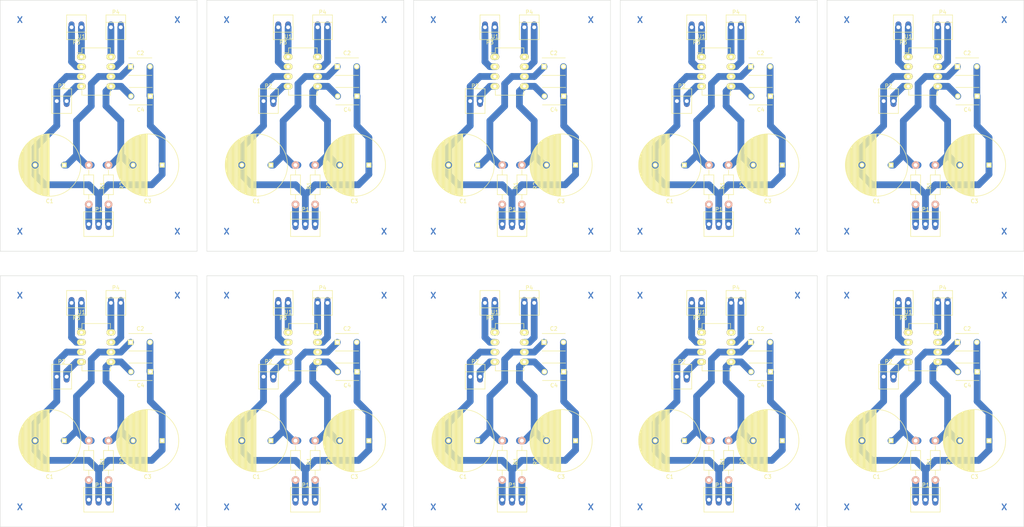
<source format=kicad_pcb>
(kicad_pcb (version 4) (host pcbnew 4.0.0-rc2-stable)
  (layers (0 F.Cu signal) (31 B.Cu signal) (34 B.Paste user) (35 F.Paste user) (36 B.SilkS user) (37 F.SilkS user) (38 B.Mask user) (39 F.Mask user) (44 Edge.Cuts user))
  (net 0 "")
  (net 1 GND)
  (net 2 +Vreg)
  (net 3 -Vreg)
  (net 4 +V_L)
  (net 5 -V_L)
  (net 6 Vin_L)
  (net 7 "Net-(P3-Pad1)")
  (net 8 "Net-(P3-Pad2)")
  (net 9 "Net-(P4-Pad1)")
  (net 10 "Net-(P4-Pad2)")
  (module Capacitors_ThroughHole:C_Radial_D16_L25_P7.5 (layer F.Cu) (at 31.75 57.785 180)
    (fp_text reference C1 (at 3.75 -9.3 180) (layer F.SilkS))
    (fp_text value 470u)
    (pad 1 thru_hole rect (at 0 0 180) (size 1.3 1.3) (drill 0.8) (layers *.Cu *.Mask F.SilkS) (net 4 +V_L))
    (pad 2 thru_hole circle (at 7.5 0 180) (size 1.3 1.3) (drill 0.8) (layers *.Cu *.Mask F.SilkS) (net 1 GND))
  )
  (module Capacitors_ThroughHole:C_Disc_D6_P5 (layer F.Cu) (at 48.895 32.385)
    (fp_text reference C2 (at 2.5 -3.5) (layer F.SilkS))
    (fp_text value 0.1u)
    (pad 1 thru_hole rect (at 0 0) (size 1.4 1.4) (drill 0.9) (layers *.Cu *.Mask F.SilkS) (net 4 +V_L))
    (pad 2 thru_hole circle (at 5 0) (size 1.4 1.4) (drill 0.9) (layers *.Cu *.Mask F.SilkS) (net 1 GND))
  )
  (module Connect:PINHEAD1-3 (layer F.Cu) (at 40.64 73.025)
    (fp_text reference P1 (at 0.05 -3.8) (layer F.SilkS))
    (fp_text value CONN_01X03)
    (pad 1 thru_hole oval (at -2.54 0) (size 1.50622 3.01498) (drill 0.99822) (layers *.Cu *.Mask) (net 2 +Vreg))
    (pad 2 thru_hole oval (at 0 0) (size 1.50622 3.01498) (drill 0.99822) (layers *.Cu *.Mask) (net 1 GND))
    (pad 3 thru_hole oval (at 2.54 0) (size 1.50622 3.01498) (drill 0.99822) (layers *.Cu *.Mask) (net 3 -Vreg))
  )
  (module Connect:PINHEAD1-2 (layer F.Cu) (at 34.925 22.225 180)
    (fp_text reference P3 (at 0 -3.9 180) (layer F.SilkS))
    (fp_text value CONN_01X02)
    (pad 1 thru_hole oval (at -1.27 0 180) (size 1.50622 3.01498) (drill 0.99822) (layers *.Cu *.Mask) (net 7 "Net-(P3-Pad1)"))
    (pad 2 thru_hole oval (at 1.27 0 180) (size 1.50622 3.01498) (drill 0.99822) (layers *.Cu *.Mask) (net 8 "Net-(P3-Pad2)"))
  )
  (module Connect:PINHEAD1-2 (layer F.Cu) (at 45.085 22.225)
    (fp_text reference P4 (at 0 -3.9) (layer F.SilkS))
    (fp_text value CONN_01X02)
    (pad 1 thru_hole oval (at -1.27 0) (size 1.50622 3.01498) (drill 0.99822) (layers *.Cu *.Mask) (net 9 "Net-(P4-Pad1)"))
    (pad 2 thru_hole oval (at 1.27 0) (size 1.50622 3.01498) (drill 0.99822) (layers *.Cu *.Mask) (net 10 "Net-(P4-Pad2)"))
  )
  (module Resistors_ThroughHole:Resistor_Horizontal_RM10mm (layer F.Cu) (at 38.1 62.865 270)
    (fp_text reference R1 (at 0.24892 -3.50012 270) (layer F.SilkS))
    (fp_text value 10)
    (pad 1 thru_hole circle (at -5.08 0 270) (size 1.99898 1.99898) (drill 1.00076) (layers *.Cu *.SilkS *.Mask) (net 4 +V_L))
    (pad 2 thru_hole circle (at 5.08 0 270) (size 1.99898 1.99898) (drill 1.00076) (layers *.Cu *.SilkS *.Mask) (net 2 +Vreg))
  )
  (module Resistors_ThroughHole:Resistor_Horizontal_RM10mm (layer F.Cu) (at 43.18 62.865 270)
    (fp_text reference R2 (at 0.24892 -3.50012 270) (layer F.SilkS))
    (fp_text value 10)
    (pad 1 thru_hole circle (at -5.08 0 270) (size 1.99898 1.99898) (drill 1.00076) (layers *.Cu *.SilkS *.Mask) (net 5 -V_L))
    (pad 2 thru_hole circle (at 5.08 0 270) (size 1.99898 1.99898) (drill 1.00076) (layers *.Cu *.SilkS *.Mask) (net 3 -Vreg))
  )
  (module Connect:PINHEAD1-2 (layer F.Cu) (at 31.115 41.275)
    (fp_text reference P2 (at 0 -3.9) (layer F.SilkS))
    (fp_text value CONN_01X02)
    (pad 1 thru_hole oval (at -1.27 0) (size 1.50622 3.01498) (drill 0.99822) (layers *.Cu *.Mask) (net 1 GND))
    (pad 2 thru_hole oval (at 1.27 0) (size 1.50622 3.01498) (drill 0.99822) (layers *.Cu *.Mask) (net 6 Vin_L))
  )
  (module Capacitors_ThroughHole:C_Radial_D16_L25_P7.5 (layer F.Cu) (at 57.03 57.785 180)
    (fp_text reference C3 (at 3.75 -9.3 180) (layer F.SilkS))
    (fp_text value 470u)
    (pad 1 thru_hole rect (at 0 0 180) (size 1.3 1.3) (drill 0.8) (layers *.Cu *.Mask F.SilkS) (net 1 GND))
    (pad 2 thru_hole circle (at 7.5 0 180) (size 1.3 1.3) (drill 0.8) (layers *.Cu *.Mask F.SilkS) (net 5 -V_L))
  )
  (module Capacitors_ThroughHole:C_Disc_D6_P5 (layer F.Cu) (at 53.975 40.005 180)
    (fp_text reference C4 (at 2.5 -3.5 180) (layer F.SilkS))
    (fp_text value 0.1u)
    (pad 1 thru_hole rect (at 0 0 180) (size 1.4 1.4) (drill 0.9) (layers *.Cu *.Mask F.SilkS) (net 1 GND))
    (pad 2 thru_hole circle (at 5 0 180) (size 1.4 1.4) (drill 0.9) (layers *.Cu *.Mask F.SilkS) (net 5 -V_L))
  )
  (module Housings_DIP:DIP-8_W7.62mm_LongPads (layer F.Cu) (at 36.195 29.845)
    (fp_text reference U1 (at 0 -5.22) (layer F.SilkS))
    (fp_text value SSM2142P)
    (pad 1 thru_hole oval (at 0 0) (size 2.3 1.6) (drill 0.8) (layers *.Cu *.Mask F.SilkS) (net 7 "Net-(P3-Pad1)"))
    (pad 2 thru_hole oval (at 0 2.54) (size 2.3 1.6) (drill 0.8) (layers *.Cu *.Mask F.SilkS) (net 8 "Net-(P3-Pad2)"))
    (pad 3 thru_hole oval (at 0 5.08) (size 2.3 1.6) (drill 0.8) (layers *.Cu *.Mask F.SilkS) (net 1 GND))
    (pad 4 thru_hole oval (at 0 7.62) (size 2.3 1.6) (drill 0.8) (layers *.Cu *.Mask F.SilkS) (net 6 Vin_L))
    (pad 5 thru_hole oval (at 7.62 7.62) (size 2.3 1.6) (drill 0.8) (layers *.Cu *.Mask F.SilkS) (net 5 -V_L))
    (pad 6 thru_hole oval (at 7.62 5.08) (size 2.3 1.6) (drill 0.8) (layers *.Cu *.Mask F.SilkS) (net 4 +V_L))
    (pad 7 thru_hole oval (at 7.62 2.54) (size 2.3 1.6) (drill 0.8) (layers *.Cu *.Mask F.SilkS) (net 10 "Net-(P4-Pad2)"))
    (pad 8 thru_hole oval (at 7.62 0) (size 2.3 1.6) (drill 0.8) (layers *.Cu *.Mask F.SilkS) (net 9 "Net-(P4-Pad1)"))
  )
  (module Capacitors_ThroughHole:C_Radial_D16_L25_P7.5 (layer F.Cu) (at 85.09 57.785 180)
    (fp_text reference C1 (at 3.75 -9.3 180) (layer F.SilkS))
    (fp_text value 470u)
    (pad 1 thru_hole rect (at 0 0 180) (size 1.3 1.3) (drill 0.8) (layers *.Cu *.Mask F.SilkS) (net 4 +V_L))
    (pad 2 thru_hole circle (at 7.5 0 180) (size 1.3 1.3) (drill 0.8) (layers *.Cu *.Mask F.SilkS) (net 1 GND))
  )
  (module Capacitors_ThroughHole:C_Disc_D6_P5 (layer F.Cu) (at 102.235 32.385)
    (fp_text reference C2 (at 2.5 -3.5) (layer F.SilkS))
    (fp_text value 0.1u)
    (pad 1 thru_hole rect (at 0 0) (size 1.4 1.4) (drill 0.9) (layers *.Cu *.Mask F.SilkS) (net 4 +V_L))
    (pad 2 thru_hole circle (at 5 0) (size 1.4 1.4) (drill 0.9) (layers *.Cu *.Mask F.SilkS) (net 1 GND))
  )
  (module Connect:PINHEAD1-3 (layer F.Cu) (at 93.98 73.025)
    (fp_text reference P1 (at 0.05 -3.8) (layer F.SilkS))
    (fp_text value CONN_01X03)
    (pad 1 thru_hole oval (at -2.54 0) (size 1.50622 3.01498) (drill 0.99822) (layers *.Cu *.Mask) (net 2 +Vreg))
    (pad 2 thru_hole oval (at 0 0) (size 1.50622 3.01498) (drill 0.99822) (layers *.Cu *.Mask) (net 1 GND))
    (pad 3 thru_hole oval (at 2.54 0) (size 1.50622 3.01498) (drill 0.99822) (layers *.Cu *.Mask) (net 3 -Vreg))
  )
  (module Connect:PINHEAD1-2 (layer F.Cu) (at 88.265 22.225 180)
    (fp_text reference P3 (at 0 -3.9 180) (layer F.SilkS))
    (fp_text value CONN_01X02)
    (pad 1 thru_hole oval (at -1.27 0 180) (size 1.50622 3.01498) (drill 0.99822) (layers *.Cu *.Mask) (net 7 "Net-(P3-Pad1)"))
    (pad 2 thru_hole oval (at 1.27 0 180) (size 1.50622 3.01498) (drill 0.99822) (layers *.Cu *.Mask) (net 8 "Net-(P3-Pad2)"))
  )
  (module Connect:PINHEAD1-2 (layer F.Cu) (at 98.425 22.225)
    (fp_text reference P4 (at 0 -3.9) (layer F.SilkS))
    (fp_text value CONN_01X02)
    (pad 1 thru_hole oval (at -1.27 0) (size 1.50622 3.01498) (drill 0.99822) (layers *.Cu *.Mask) (net 9 "Net-(P4-Pad1)"))
    (pad 2 thru_hole oval (at 1.27 0) (size 1.50622 3.01498) (drill 0.99822) (layers *.Cu *.Mask) (net 10 "Net-(P4-Pad2)"))
  )
  (module Resistors_ThroughHole:Resistor_Horizontal_RM10mm (layer F.Cu) (at 91.44 62.865 270)
    (fp_text reference R1 (at 0.24892 -3.50012 270) (layer F.SilkS))
    (fp_text value 10)
    (pad 1 thru_hole circle (at -5.08 0 270) (size 1.99898 1.99898) (drill 1.00076) (layers *.Cu *.SilkS *.Mask) (net 4 +V_L))
    (pad 2 thru_hole circle (at 5.08 0 270) (size 1.99898 1.99898) (drill 1.00076) (layers *.Cu *.SilkS *.Mask) (net 2 +Vreg))
  )
  (module Resistors_ThroughHole:Resistor_Horizontal_RM10mm (layer F.Cu) (at 96.52 62.865 270)
    (fp_text reference R2 (at 0.24892 -3.50012 270) (layer F.SilkS))
    (fp_text value 10)
    (pad 1 thru_hole circle (at -5.08 0 270) (size 1.99898 1.99898) (drill 1.00076) (layers *.Cu *.SilkS *.Mask) (net 5 -V_L))
    (pad 2 thru_hole circle (at 5.08 0 270) (size 1.99898 1.99898) (drill 1.00076) (layers *.Cu *.SilkS *.Mask) (net 3 -Vreg))
  )
  (module Connect:PINHEAD1-2 (layer F.Cu) (at 84.455 41.275)
    (fp_text reference P2 (at 0 -3.9) (layer F.SilkS))
    (fp_text value CONN_01X02)
    (pad 1 thru_hole oval (at -1.27 0) (size 1.50622 3.01498) (drill 0.99822) (layers *.Cu *.Mask) (net 1 GND))
    (pad 2 thru_hole oval (at 1.27 0) (size 1.50622 3.01498) (drill 0.99822) (layers *.Cu *.Mask) (net 6 Vin_L))
  )
  (module Capacitors_ThroughHole:C_Radial_D16_L25_P7.5 (layer F.Cu) (at 110.37 57.785 180)
    (fp_text reference C3 (at 3.75 -9.3 180) (layer F.SilkS))
    (fp_text value 470u)
    (pad 1 thru_hole rect (at 0 0 180) (size 1.3 1.3) (drill 0.8) (layers *.Cu *.Mask F.SilkS) (net 1 GND))
    (pad 2 thru_hole circle (at 7.5 0 180) (size 1.3 1.3) (drill 0.8) (layers *.Cu *.Mask F.SilkS) (net 5 -V_L))
  )
  (module Capacitors_ThroughHole:C_Disc_D6_P5 (layer F.Cu) (at 107.315 40.005 180)
    (fp_text reference C4 (at 2.5 -3.5 180) (layer F.SilkS))
    (fp_text value 0.1u)
    (pad 1 thru_hole rect (at 0 0 180) (size 1.4 1.4) (drill 0.9) (layers *.Cu *.Mask F.SilkS) (net 1 GND))
    (pad 2 thru_hole circle (at 5 0 180) (size 1.4 1.4) (drill 0.9) (layers *.Cu *.Mask F.SilkS) (net 5 -V_L))
  )
  (module Housings_DIP:DIP-8_W7.62mm_LongPads (layer F.Cu) (at 89.535 29.845)
    (fp_text reference U1 (at 0 -5.22) (layer F.SilkS))
    (fp_text value SSM2142P)
    (pad 1 thru_hole oval (at 0 0) (size 2.3 1.6) (drill 0.8) (layers *.Cu *.Mask F.SilkS) (net 7 "Net-(P3-Pad1)"))
    (pad 2 thru_hole oval (at 0 2.54) (size 2.3 1.6) (drill 0.8) (layers *.Cu *.Mask F.SilkS) (net 8 "Net-(P3-Pad2)"))
    (pad 3 thru_hole oval (at 0 5.08) (size 2.3 1.6) (drill 0.8) (layers *.Cu *.Mask F.SilkS) (net 1 GND))
    (pad 4 thru_hole oval (at 0 7.62) (size 2.3 1.6) (drill 0.8) (layers *.Cu *.Mask F.SilkS) (net 6 Vin_L))
    (pad 5 thru_hole oval (at 7.62 7.62) (size 2.3 1.6) (drill 0.8) (layers *.Cu *.Mask F.SilkS) (net 5 -V_L))
    (pad 6 thru_hole oval (at 7.62 5.08) (size 2.3 1.6) (drill 0.8) (layers *.Cu *.Mask F.SilkS) (net 4 +V_L))
    (pad 7 thru_hole oval (at 7.62 2.54) (size 2.3 1.6) (drill 0.8) (layers *.Cu *.Mask F.SilkS) (net 10 "Net-(P4-Pad2)"))
    (pad 8 thru_hole oval (at 7.62 0) (size 2.3 1.6) (drill 0.8) (layers *.Cu *.Mask F.SilkS) (net 9 "Net-(P4-Pad1)"))
  )
  (module Capacitors_ThroughHole:C_Radial_D16_L25_P7.5 (layer F.Cu) (at 138.43 57.785 180)
    (fp_text reference C1 (at 3.75 -9.3 180) (layer F.SilkS))
    (fp_text value 470u)
    (pad 1 thru_hole rect (at 0 0 180) (size 1.3 1.3) (drill 0.8) (layers *.Cu *.Mask F.SilkS) (net 4 +V_L))
    (pad 2 thru_hole circle (at 7.5 0 180) (size 1.3 1.3) (drill 0.8) (layers *.Cu *.Mask F.SilkS) (net 1 GND))
  )
  (module Capacitors_ThroughHole:C_Disc_D6_P5 (layer F.Cu) (at 155.575 32.385)
    (fp_text reference C2 (at 2.5 -3.5) (layer F.SilkS))
    (fp_text value 0.1u)
    (pad 1 thru_hole rect (at 0 0) (size 1.4 1.4) (drill 0.9) (layers *.Cu *.Mask F.SilkS) (net 4 +V_L))
    (pad 2 thru_hole circle (at 5 0) (size 1.4 1.4) (drill 0.9) (layers *.Cu *.Mask F.SilkS) (net 1 GND))
  )
  (module Connect:PINHEAD1-3 (layer F.Cu) (at 147.32 73.025)
    (fp_text reference P1 (at 0.05 -3.8) (layer F.SilkS))
    (fp_text value CONN_01X03)
    (pad 1 thru_hole oval (at -2.54 0) (size 1.50622 3.01498) (drill 0.99822) (layers *.Cu *.Mask) (net 2 +Vreg))
    (pad 2 thru_hole oval (at 0 0) (size 1.50622 3.01498) (drill 0.99822) (layers *.Cu *.Mask) (net 1 GND))
    (pad 3 thru_hole oval (at 2.54 0) (size 1.50622 3.01498) (drill 0.99822) (layers *.Cu *.Mask) (net 3 -Vreg))
  )
  (module Connect:PINHEAD1-2 (layer F.Cu) (at 141.605 22.225 180)
    (fp_text reference P3 (at 0 -3.9 180) (layer F.SilkS))
    (fp_text value CONN_01X02)
    (pad 1 thru_hole oval (at -1.27 0 180) (size 1.50622 3.01498) (drill 0.99822) (layers *.Cu *.Mask) (net 7 "Net-(P3-Pad1)"))
    (pad 2 thru_hole oval (at 1.27 0 180) (size 1.50622 3.01498) (drill 0.99822) (layers *.Cu *.Mask) (net 8 "Net-(P3-Pad2)"))
  )
  (module Connect:PINHEAD1-2 (layer F.Cu) (at 151.765 22.225)
    (fp_text reference P4 (at 0 -3.9) (layer F.SilkS))
    (fp_text value CONN_01X02)
    (pad 1 thru_hole oval (at -1.27 0) (size 1.50622 3.01498) (drill 0.99822) (layers *.Cu *.Mask) (net 9 "Net-(P4-Pad1)"))
    (pad 2 thru_hole oval (at 1.27 0) (size 1.50622 3.01498) (drill 0.99822) (layers *.Cu *.Mask) (net 10 "Net-(P4-Pad2)"))
  )
  (module Resistors_ThroughHole:Resistor_Horizontal_RM10mm (layer F.Cu) (at 144.78 62.865 270)
    (fp_text reference R1 (at 0.24892 -3.50012 270) (layer F.SilkS))
    (fp_text value 10)
    (pad 1 thru_hole circle (at -5.08 0 270) (size 1.99898 1.99898) (drill 1.00076) (layers *.Cu *.SilkS *.Mask) (net 4 +V_L))
    (pad 2 thru_hole circle (at 5.08 0 270) (size 1.99898 1.99898) (drill 1.00076) (layers *.Cu *.SilkS *.Mask) (net 2 +Vreg))
  )
  (module Resistors_ThroughHole:Resistor_Horizontal_RM10mm (layer F.Cu) (at 149.86 62.865 270)
    (fp_text reference R2 (at 0.24892 -3.50012 270) (layer F.SilkS))
    (fp_text value 10)
    (pad 1 thru_hole circle (at -5.08 0 270) (size 1.99898 1.99898) (drill 1.00076) (layers *.Cu *.SilkS *.Mask) (net 5 -V_L))
    (pad 2 thru_hole circle (at 5.08 0 270) (size 1.99898 1.99898) (drill 1.00076) (layers *.Cu *.SilkS *.Mask) (net 3 -Vreg))
  )
  (module Connect:PINHEAD1-2 (layer F.Cu) (at 137.795 41.275)
    (fp_text reference P2 (at 0 -3.9) (layer F.SilkS))
    (fp_text value CONN_01X02)
    (pad 1 thru_hole oval (at -1.27 0) (size 1.50622 3.01498) (drill 0.99822) (layers *.Cu *.Mask) (net 1 GND))
    (pad 2 thru_hole oval (at 1.27 0) (size 1.50622 3.01498) (drill 0.99822) (layers *.Cu *.Mask) (net 6 Vin_L))
  )
  (module Capacitors_ThroughHole:C_Radial_D16_L25_P7.5 (layer F.Cu) (at 163.71 57.785 180)
    (fp_text reference C3 (at 3.75 -9.3 180) (layer F.SilkS))
    (fp_text value 470u)
    (pad 1 thru_hole rect (at 0 0 180) (size 1.3 1.3) (drill 0.8) (layers *.Cu *.Mask F.SilkS) (net 1 GND))
    (pad 2 thru_hole circle (at 7.5 0 180) (size 1.3 1.3) (drill 0.8) (layers *.Cu *.Mask F.SilkS) (net 5 -V_L))
  )
  (module Capacitors_ThroughHole:C_Disc_D6_P5 (layer F.Cu) (at 160.655 40.005 180)
    (fp_text reference C4 (at 2.5 -3.5 180) (layer F.SilkS))
    (fp_text value 0.1u)
    (pad 1 thru_hole rect (at 0 0 180) (size 1.4 1.4) (drill 0.9) (layers *.Cu *.Mask F.SilkS) (net 1 GND))
    (pad 2 thru_hole circle (at 5 0 180) (size 1.4 1.4) (drill 0.9) (layers *.Cu *.Mask F.SilkS) (net 5 -V_L))
  )
  (module Housings_DIP:DIP-8_W7.62mm_LongPads (layer F.Cu) (at 142.875 29.845)
    (fp_text reference U1 (at 0 -5.22) (layer F.SilkS))
    (fp_text value SSM2142P)
    (pad 1 thru_hole oval (at 0 0) (size 2.3 1.6) (drill 0.8) (layers *.Cu *.Mask F.SilkS) (net 7 "Net-(P3-Pad1)"))
    (pad 2 thru_hole oval (at 0 2.54) (size 2.3 1.6) (drill 0.8) (layers *.Cu *.Mask F.SilkS) (net 8 "Net-(P3-Pad2)"))
    (pad 3 thru_hole oval (at 0 5.08) (size 2.3 1.6) (drill 0.8) (layers *.Cu *.Mask F.SilkS) (net 1 GND))
    (pad 4 thru_hole oval (at 0 7.62) (size 2.3 1.6) (drill 0.8) (layers *.Cu *.Mask F.SilkS) (net 6 Vin_L))
    (pad 5 thru_hole oval (at 7.62 7.62) (size 2.3 1.6) (drill 0.8) (layers *.Cu *.Mask F.SilkS) (net 5 -V_L))
    (pad 6 thru_hole oval (at 7.62 5.08) (size 2.3 1.6) (drill 0.8) (layers *.Cu *.Mask F.SilkS) (net 4 +V_L))
    (pad 7 thru_hole oval (at 7.62 2.54) (size 2.3 1.6) (drill 0.8) (layers *.Cu *.Mask F.SilkS) (net 10 "Net-(P4-Pad2)"))
    (pad 8 thru_hole oval (at 7.62 0) (size 2.3 1.6) (drill 0.8) (layers *.Cu *.Mask F.SilkS) (net 9 "Net-(P4-Pad1)"))
  )
  (module Capacitors_ThroughHole:C_Radial_D16_L25_P7.5 (layer F.Cu) (at 191.77 57.785 180)
    (fp_text reference C1 (at 3.75 -9.3 180) (layer F.SilkS))
    (fp_text value 470u)
    (pad 1 thru_hole rect (at 0 0 180) (size 1.3 1.3) (drill 0.8) (layers *.Cu *.Mask F.SilkS) (net 4 +V_L))
    (pad 2 thru_hole circle (at 7.5 0 180) (size 1.3 1.3) (drill 0.8) (layers *.Cu *.Mask F.SilkS) (net 1 GND))
  )
  (module Capacitors_ThroughHole:C_Disc_D6_P5 (layer F.Cu) (at 208.915 32.385)
    (fp_text reference C2 (at 2.5 -3.5) (layer F.SilkS))
    (fp_text value 0.1u)
    (pad 1 thru_hole rect (at 0 0) (size 1.4 1.4) (drill 0.9) (layers *.Cu *.Mask F.SilkS) (net 4 +V_L))
    (pad 2 thru_hole circle (at 5 0) (size 1.4 1.4) (drill 0.9) (layers *.Cu *.Mask F.SilkS) (net 1 GND))
  )
  (module Connect:PINHEAD1-3 (layer F.Cu) (at 200.66 73.025)
    (fp_text reference P1 (at 0.05 -3.8) (layer F.SilkS))
    (fp_text value CONN_01X03)
    (pad 1 thru_hole oval (at -2.54 0) (size 1.50622 3.01498) (drill 0.99822) (layers *.Cu *.Mask) (net 2 +Vreg))
    (pad 2 thru_hole oval (at 0 0) (size 1.50622 3.01498) (drill 0.99822) (layers *.Cu *.Mask) (net 1 GND))
    (pad 3 thru_hole oval (at 2.54 0) (size 1.50622 3.01498) (drill 0.99822) (layers *.Cu *.Mask) (net 3 -Vreg))
  )
  (module Connect:PINHEAD1-2 (layer F.Cu) (at 194.945 22.225 180)
    (fp_text reference P3 (at 0 -3.9 180) (layer F.SilkS))
    (fp_text value CONN_01X02)
    (pad 1 thru_hole oval (at -1.27 0 180) (size 1.50622 3.01498) (drill 0.99822) (layers *.Cu *.Mask) (net 7 "Net-(P3-Pad1)"))
    (pad 2 thru_hole oval (at 1.27 0 180) (size 1.50622 3.01498) (drill 0.99822) (layers *.Cu *.Mask) (net 8 "Net-(P3-Pad2)"))
  )
  (module Connect:PINHEAD1-2 (layer F.Cu) (at 205.105 22.225)
    (fp_text reference P4 (at 0 -3.9) (layer F.SilkS))
    (fp_text value CONN_01X02)
    (pad 1 thru_hole oval (at -1.27 0) (size 1.50622 3.01498) (drill 0.99822) (layers *.Cu *.Mask) (net 9 "Net-(P4-Pad1)"))
    (pad 2 thru_hole oval (at 1.27 0) (size 1.50622 3.01498) (drill 0.99822) (layers *.Cu *.Mask) (net 10 "Net-(P4-Pad2)"))
  )
  (module Resistors_ThroughHole:Resistor_Horizontal_RM10mm (layer F.Cu) (at 198.12 62.865 270)
    (fp_text reference R1 (at 0.24892 -3.50012 270) (layer F.SilkS))
    (fp_text value 10)
    (pad 1 thru_hole circle (at -5.08 0 270) (size 1.99898 1.99898) (drill 1.00076) (layers *.Cu *.SilkS *.Mask) (net 4 +V_L))
    (pad 2 thru_hole circle (at 5.08 0 270) (size 1.99898 1.99898) (drill 1.00076) (layers *.Cu *.SilkS *.Mask) (net 2 +Vreg))
  )
  (module Resistors_ThroughHole:Resistor_Horizontal_RM10mm (layer F.Cu) (at 203.2 62.865 270)
    (fp_text reference R2 (at 0.24892 -3.50012 270) (layer F.SilkS))
    (fp_text value 10)
    (pad 1 thru_hole circle (at -5.08 0 270) (size 1.99898 1.99898) (drill 1.00076) (layers *.Cu *.SilkS *.Mask) (net 5 -V_L))
    (pad 2 thru_hole circle (at 5.08 0 270) (size 1.99898 1.99898) (drill 1.00076) (layers *.Cu *.SilkS *.Mask) (net 3 -Vreg))
  )
  (module Connect:PINHEAD1-2 (layer F.Cu) (at 191.135 41.275)
    (fp_text reference P2 (at 0 -3.9) (layer F.SilkS))
    (fp_text value CONN_01X02)
    (pad 1 thru_hole oval (at -1.27 0) (size 1.50622 3.01498) (drill 0.99822) (layers *.Cu *.Mask) (net 1 GND))
    (pad 2 thru_hole oval (at 1.27 0) (size 1.50622 3.01498) (drill 0.99822) (layers *.Cu *.Mask) (net 6 Vin_L))
  )
  (module Capacitors_ThroughHole:C_Radial_D16_L25_P7.5 (layer F.Cu) (at 217.05 57.785 180)
    (fp_text reference C3 (at 3.75 -9.3 180) (layer F.SilkS))
    (fp_text value 470u)
    (pad 1 thru_hole rect (at 0 0 180) (size 1.3 1.3) (drill 0.8) (layers *.Cu *.Mask F.SilkS) (net 1 GND))
    (pad 2 thru_hole circle (at 7.5 0 180) (size 1.3 1.3) (drill 0.8) (layers *.Cu *.Mask F.SilkS) (net 5 -V_L))
  )
  (module Capacitors_ThroughHole:C_Disc_D6_P5 (layer F.Cu) (at 213.995 40.005 180)
    (fp_text reference C4 (at 2.5 -3.5 180) (layer F.SilkS))
    (fp_text value 0.1u)
    (pad 1 thru_hole rect (at 0 0 180) (size 1.4 1.4) (drill 0.9) (layers *.Cu *.Mask F.SilkS) (net 1 GND))
    (pad 2 thru_hole circle (at 5 0 180) (size 1.4 1.4) (drill 0.9) (layers *.Cu *.Mask F.SilkS) (net 5 -V_L))
  )
  (module Housings_DIP:DIP-8_W7.62mm_LongPads (layer F.Cu) (at 196.215 29.845)
    (fp_text reference U1 (at 0 -5.22) (layer F.SilkS))
    (fp_text value SSM2142P)
    (pad 1 thru_hole oval (at 0 0) (size 2.3 1.6) (drill 0.8) (layers *.Cu *.Mask F.SilkS) (net 7 "Net-(P3-Pad1)"))
    (pad 2 thru_hole oval (at 0 2.54) (size 2.3 1.6) (drill 0.8) (layers *.Cu *.Mask F.SilkS) (net 8 "Net-(P3-Pad2)"))
    (pad 3 thru_hole oval (at 0 5.08) (size 2.3 1.6) (drill 0.8) (layers *.Cu *.Mask F.SilkS) (net 1 GND))
    (pad 4 thru_hole oval (at 0 7.62) (size 2.3 1.6) (drill 0.8) (layers *.Cu *.Mask F.SilkS) (net 6 Vin_L))
    (pad 5 thru_hole oval (at 7.62 7.62) (size 2.3 1.6) (drill 0.8) (layers *.Cu *.Mask F.SilkS) (net 5 -V_L))
    (pad 6 thru_hole oval (at 7.62 5.08) (size 2.3 1.6) (drill 0.8) (layers *.Cu *.Mask F.SilkS) (net 4 +V_L))
    (pad 7 thru_hole oval (at 7.62 2.54) (size 2.3 1.6) (drill 0.8) (layers *.Cu *.Mask F.SilkS) (net 10 "Net-(P4-Pad2)"))
    (pad 8 thru_hole oval (at 7.62 0) (size 2.3 1.6) (drill 0.8) (layers *.Cu *.Mask F.SilkS) (net 9 "Net-(P4-Pad1)"))
  )
  (module Capacitors_ThroughHole:C_Radial_D16_L25_P7.5 (layer F.Cu) (at 245.11 57.785 180)
    (fp_text reference C1 (at 3.75 -9.3 180) (layer F.SilkS))
    (fp_text value 470u)
    (pad 1 thru_hole rect (at 0 0 180) (size 1.3 1.3) (drill 0.8) (layers *.Cu *.Mask F.SilkS) (net 4 +V_L))
    (pad 2 thru_hole circle (at 7.5 0 180) (size 1.3 1.3) (drill 0.8) (layers *.Cu *.Mask F.SilkS) (net 1 GND))
  )
  (module Capacitors_ThroughHole:C_Disc_D6_P5 (layer F.Cu) (at 262.255 32.385)
    (fp_text reference C2 (at 2.5 -3.5) (layer F.SilkS))
    (fp_text value 0.1u)
    (pad 1 thru_hole rect (at 0 0) (size 1.4 1.4) (drill 0.9) (layers *.Cu *.Mask F.SilkS) (net 4 +V_L))
    (pad 2 thru_hole circle (at 5 0) (size 1.4 1.4) (drill 0.9) (layers *.Cu *.Mask F.SilkS) (net 1 GND))
  )
  (module Connect:PINHEAD1-3 (layer F.Cu) (at 254 73.025)
    (fp_text reference P1 (at 0.05 -3.8) (layer F.SilkS))
    (fp_text value CONN_01X03)
    (pad 1 thru_hole oval (at -2.54 0) (size 1.50622 3.01498) (drill 0.99822) (layers *.Cu *.Mask) (net 2 +Vreg))
    (pad 2 thru_hole oval (at 0 0) (size 1.50622 3.01498) (drill 0.99822) (layers *.Cu *.Mask) (net 1 GND))
    (pad 3 thru_hole oval (at 2.54 0) (size 1.50622 3.01498) (drill 0.99822) (layers *.Cu *.Mask) (net 3 -Vreg))
  )
  (module Connect:PINHEAD1-2 (layer F.Cu) (at 248.285 22.225 180)
    (fp_text reference P3 (at 0 -3.9 180) (layer F.SilkS))
    (fp_text value CONN_01X02)
    (pad 1 thru_hole oval (at -1.27 0 180) (size 1.50622 3.01498) (drill 0.99822) (layers *.Cu *.Mask) (net 7 "Net-(P3-Pad1)"))
    (pad 2 thru_hole oval (at 1.27 0 180) (size 1.50622 3.01498) (drill 0.99822) (layers *.Cu *.Mask) (net 8 "Net-(P3-Pad2)"))
  )
  (module Connect:PINHEAD1-2 (layer F.Cu) (at 258.445 22.225)
    (fp_text reference P4 (at 0 -3.9) (layer F.SilkS))
    (fp_text value CONN_01X02)
    (pad 1 thru_hole oval (at -1.27 0) (size 1.50622 3.01498) (drill 0.99822) (layers *.Cu *.Mask) (net 9 "Net-(P4-Pad1)"))
    (pad 2 thru_hole oval (at 1.27 0) (size 1.50622 3.01498) (drill 0.99822) (layers *.Cu *.Mask) (net 10 "Net-(P4-Pad2)"))
  )
  (module Resistors_ThroughHole:Resistor_Horizontal_RM10mm (layer F.Cu) (at 251.46 62.865 270)
    (fp_text reference R1 (at 0.24892 -3.50012 270) (layer F.SilkS))
    (fp_text value 10)
    (pad 1 thru_hole circle (at -5.08 0 270) (size 1.99898 1.99898) (drill 1.00076) (layers *.Cu *.SilkS *.Mask) (net 4 +V_L))
    (pad 2 thru_hole circle (at 5.08 0 270) (size 1.99898 1.99898) (drill 1.00076) (layers *.Cu *.SilkS *.Mask) (net 2 +Vreg))
  )
  (module Resistors_ThroughHole:Resistor_Horizontal_RM10mm (layer F.Cu) (at 256.54 62.865 270)
    (fp_text reference R2 (at 0.24892 -3.50012 270) (layer F.SilkS))
    (fp_text value 10)
    (pad 1 thru_hole circle (at -5.08 0 270) (size 1.99898 1.99898) (drill 1.00076) (layers *.Cu *.SilkS *.Mask) (net 5 -V_L))
    (pad 2 thru_hole circle (at 5.08 0 270) (size 1.99898 1.99898) (drill 1.00076) (layers *.Cu *.SilkS *.Mask) (net 3 -Vreg))
  )
  (module Connect:PINHEAD1-2 (layer F.Cu) (at 244.475 41.275)
    (fp_text reference P2 (at 0 -3.9) (layer F.SilkS))
    (fp_text value CONN_01X02)
    (pad 1 thru_hole oval (at -1.27 0) (size 1.50622 3.01498) (drill 0.99822) (layers *.Cu *.Mask) (net 1 GND))
    (pad 2 thru_hole oval (at 1.27 0) (size 1.50622 3.01498) (drill 0.99822) (layers *.Cu *.Mask) (net 6 Vin_L))
  )
  (module Capacitors_ThroughHole:C_Radial_D16_L25_P7.5 (layer F.Cu) (at 270.39 57.785 180)
    (fp_text reference C3 (at 3.75 -9.3 180) (layer F.SilkS))
    (fp_text value 470u)
    (pad 1 thru_hole rect (at 0 0 180) (size 1.3 1.3) (drill 0.8) (layers *.Cu *.Mask F.SilkS) (net 1 GND))
    (pad 2 thru_hole circle (at 7.5 0 180) (size 1.3 1.3) (drill 0.8) (layers *.Cu *.Mask F.SilkS) (net 5 -V_L))
  )
  (module Capacitors_ThroughHole:C_Disc_D6_P5 (layer F.Cu) (at 267.335 40.005 180)
    (fp_text reference C4 (at 2.5 -3.5 180) (layer F.SilkS))
    (fp_text value 0.1u)
    (pad 1 thru_hole rect (at 0 0 180) (size 1.4 1.4) (drill 0.9) (layers *.Cu *.Mask F.SilkS) (net 1 GND))
    (pad 2 thru_hole circle (at 5 0 180) (size 1.4 1.4) (drill 0.9) (layers *.Cu *.Mask F.SilkS) (net 5 -V_L))
  )
  (module Housings_DIP:DIP-8_W7.62mm_LongPads (layer F.Cu) (at 249.555 29.845)
    (fp_text reference U1 (at 0 -5.22) (layer F.SilkS))
    (fp_text value SSM2142P)
    (pad 1 thru_hole oval (at 0 0) (size 2.3 1.6) (drill 0.8) (layers *.Cu *.Mask F.SilkS) (net 7 "Net-(P3-Pad1)"))
    (pad 2 thru_hole oval (at 0 2.54) (size 2.3 1.6) (drill 0.8) (layers *.Cu *.Mask F.SilkS) (net 8 "Net-(P3-Pad2)"))
    (pad 3 thru_hole oval (at 0 5.08) (size 2.3 1.6) (drill 0.8) (layers *.Cu *.Mask F.SilkS) (net 1 GND))
    (pad 4 thru_hole oval (at 0 7.62) (size 2.3 1.6) (drill 0.8) (layers *.Cu *.Mask F.SilkS) (net 6 Vin_L))
    (pad 5 thru_hole oval (at 7.62 7.62) (size 2.3 1.6) (drill 0.8) (layers *.Cu *.Mask F.SilkS) (net 5 -V_L))
    (pad 6 thru_hole oval (at 7.62 5.08) (size 2.3 1.6) (drill 0.8) (layers *.Cu *.Mask F.SilkS) (net 4 +V_L))
    (pad 7 thru_hole oval (at 7.62 2.54) (size 2.3 1.6) (drill 0.8) (layers *.Cu *.Mask F.SilkS) (net 10 "Net-(P4-Pad2)"))
    (pad 8 thru_hole oval (at 7.62 0) (size 2.3 1.6) (drill 0.8) (layers *.Cu *.Mask F.SilkS) (net 9 "Net-(P4-Pad1)"))
  )
  (module Capacitors_ThroughHole:C_Radial_D16_L25_P7.5 (layer F.Cu) (at 31.75 128.905 180)
    (fp_text reference C1 (at 3.75 -9.3 180) (layer F.SilkS))
    (fp_text value 470u)
    (pad 1 thru_hole rect (at 0 0 180) (size 1.3 1.3) (drill 0.8) (layers *.Cu *.Mask F.SilkS) (net 4 +V_L))
    (pad 2 thru_hole circle (at 7.5 0 180) (size 1.3 1.3) (drill 0.8) (layers *.Cu *.Mask F.SilkS) (net 1 GND))
  )
  (module Capacitors_ThroughHole:C_Disc_D6_P5 (layer F.Cu) (at 48.895 103.505)
    (fp_text reference C2 (at 2.5 -3.5) (layer F.SilkS))
    (fp_text value 0.1u)
    (pad 1 thru_hole rect (at 0 0) (size 1.4 1.4) (drill 0.9) (layers *.Cu *.Mask F.SilkS) (net 4 +V_L))
    (pad 2 thru_hole circle (at 5 0) (size 1.4 1.4) (drill 0.9) (layers *.Cu *.Mask F.SilkS) (net 1 GND))
  )
  (module Connect:PINHEAD1-3 (layer F.Cu) (at 40.64 144.145)
    (fp_text reference P1 (at 0.05 -3.8) (layer F.SilkS))
    (fp_text value CONN_01X03)
    (pad 1 thru_hole oval (at -2.54 0) (size 1.50622 3.01498) (drill 0.99822) (layers *.Cu *.Mask) (net 2 +Vreg))
    (pad 2 thru_hole oval (at 0 0) (size 1.50622 3.01498) (drill 0.99822) (layers *.Cu *.Mask) (net 1 GND))
    (pad 3 thru_hole oval (at 2.54 0) (size 1.50622 3.01498) (drill 0.99822) (layers *.Cu *.Mask) (net 3 -Vreg))
  )
  (module Connect:PINHEAD1-2 (layer F.Cu) (at 34.925 93.345 180)
    (fp_text reference P3 (at 0 -3.9 180) (layer F.SilkS))
    (fp_text value CONN_01X02)
    (pad 1 thru_hole oval (at -1.27 0 180) (size 1.50622 3.01498) (drill 0.99822) (layers *.Cu *.Mask) (net 7 "Net-(P3-Pad1)"))
    (pad 2 thru_hole oval (at 1.27 0 180) (size 1.50622 3.01498) (drill 0.99822) (layers *.Cu *.Mask) (net 8 "Net-(P3-Pad2)"))
  )
  (module Connect:PINHEAD1-2 (layer F.Cu) (at 45.085 93.345)
    (fp_text reference P4 (at 0 -3.9) (layer F.SilkS))
    (fp_text value CONN_01X02)
    (pad 1 thru_hole oval (at -1.27 0) (size 1.50622 3.01498) (drill 0.99822) (layers *.Cu *.Mask) (net 9 "Net-(P4-Pad1)"))
    (pad 2 thru_hole oval (at 1.27 0) (size 1.50622 3.01498) (drill 0.99822) (layers *.Cu *.Mask) (net 10 "Net-(P4-Pad2)"))
  )
  (module Resistors_ThroughHole:Resistor_Horizontal_RM10mm (layer F.Cu) (at 38.1 133.985 270)
    (fp_text reference R1 (at 0.24892 -3.50012 270) (layer F.SilkS))
    (fp_text value 10)
    (pad 1 thru_hole circle (at -5.08 0 270) (size 1.99898 1.99898) (drill 1.00076) (layers *.Cu *.SilkS *.Mask) (net 4 +V_L))
    (pad 2 thru_hole circle (at 5.08 0 270) (size 1.99898 1.99898) (drill 1.00076) (layers *.Cu *.SilkS *.Mask) (net 2 +Vreg))
  )
  (module Resistors_ThroughHole:Resistor_Horizontal_RM10mm (layer F.Cu) (at 43.18 133.985 270)
    (fp_text reference R2 (at 0.24892 -3.50012 270) (layer F.SilkS))
    (fp_text value 10)
    (pad 1 thru_hole circle (at -5.08 0 270) (size 1.99898 1.99898) (drill 1.00076) (layers *.Cu *.SilkS *.Mask) (net 5 -V_L))
    (pad 2 thru_hole circle (at 5.08 0 270) (size 1.99898 1.99898) (drill 1.00076) (layers *.Cu *.SilkS *.Mask) (net 3 -Vreg))
  )
  (module Connect:PINHEAD1-2 (layer F.Cu) (at 31.115 112.395)
    (fp_text reference P2 (at 0 -3.9) (layer F.SilkS))
    (fp_text value CONN_01X02)
    (pad 1 thru_hole oval (at -1.27 0) (size 1.50622 3.01498) (drill 0.99822) (layers *.Cu *.Mask) (net 1 GND))
    (pad 2 thru_hole oval (at 1.27 0) (size 1.50622 3.01498) (drill 0.99822) (layers *.Cu *.Mask) (net 6 Vin_L))
  )
  (module Capacitors_ThroughHole:C_Radial_D16_L25_P7.5 (layer F.Cu) (at 57.03 128.905 180)
    (fp_text reference C3 (at 3.75 -9.3 180) (layer F.SilkS))
    (fp_text value 470u)
    (pad 1 thru_hole rect (at 0 0 180) (size 1.3 1.3) (drill 0.8) (layers *.Cu *.Mask F.SilkS) (net 1 GND))
    (pad 2 thru_hole circle (at 7.5 0 180) (size 1.3 1.3) (drill 0.8) (layers *.Cu *.Mask F.SilkS) (net 5 -V_L))
  )
  (module Capacitors_ThroughHole:C_Disc_D6_P5 (layer F.Cu) (at 53.975 111.125 180)
    (fp_text reference C4 (at 2.5 -3.5 180) (layer F.SilkS))
    (fp_text value 0.1u)
    (pad 1 thru_hole rect (at 0 0 180) (size 1.4 1.4) (drill 0.9) (layers *.Cu *.Mask F.SilkS) (net 1 GND))
    (pad 2 thru_hole circle (at 5 0 180) (size 1.4 1.4) (drill 0.9) (layers *.Cu *.Mask F.SilkS) (net 5 -V_L))
  )
  (module Housings_DIP:DIP-8_W7.62mm_LongPads (layer F.Cu) (at 36.195 100.965)
    (fp_text reference U1 (at 0 -5.22) (layer F.SilkS))
    (fp_text value SSM2142P)
    (pad 1 thru_hole oval (at 0 0) (size 2.3 1.6) (drill 0.8) (layers *.Cu *.Mask F.SilkS) (net 7 "Net-(P3-Pad1)"))
    (pad 2 thru_hole oval (at 0 2.54) (size 2.3 1.6) (drill 0.8) (layers *.Cu *.Mask F.SilkS) (net 8 "Net-(P3-Pad2)"))
    (pad 3 thru_hole oval (at 0 5.08) (size 2.3 1.6) (drill 0.8) (layers *.Cu *.Mask F.SilkS) (net 1 GND))
    (pad 4 thru_hole oval (at 0 7.62) (size 2.3 1.6) (drill 0.8) (layers *.Cu *.Mask F.SilkS) (net 6 Vin_L))
    (pad 5 thru_hole oval (at 7.62 7.62) (size 2.3 1.6) (drill 0.8) (layers *.Cu *.Mask F.SilkS) (net 5 -V_L))
    (pad 6 thru_hole oval (at 7.62 5.08) (size 2.3 1.6) (drill 0.8) (layers *.Cu *.Mask F.SilkS) (net 4 +V_L))
    (pad 7 thru_hole oval (at 7.62 2.54) (size 2.3 1.6) (drill 0.8) (layers *.Cu *.Mask F.SilkS) (net 10 "Net-(P4-Pad2)"))
    (pad 8 thru_hole oval (at 7.62 0) (size 2.3 1.6) (drill 0.8) (layers *.Cu *.Mask F.SilkS) (net 9 "Net-(P4-Pad1)"))
  )
  (module Capacitors_ThroughHole:C_Radial_D16_L25_P7.5 (layer F.Cu) (at 85.09 128.905 180)
    (fp_text reference C1 (at 3.75 -9.3 180) (layer F.SilkS))
    (fp_text value 470u)
    (pad 1 thru_hole rect (at 0 0 180) (size 1.3 1.3) (drill 0.8) (layers *.Cu *.Mask F.SilkS) (net 4 +V_L))
    (pad 2 thru_hole circle (at 7.5 0 180) (size 1.3 1.3) (drill 0.8) (layers *.Cu *.Mask F.SilkS) (net 1 GND))
  )
  (module Capacitors_ThroughHole:C_Disc_D6_P5 (layer F.Cu) (at 102.235 103.505)
    (fp_text reference C2 (at 2.5 -3.5) (layer F.SilkS))
    (fp_text value 0.1u)
    (pad 1 thru_hole rect (at 0 0) (size 1.4 1.4) (drill 0.9) (layers *.Cu *.Mask F.SilkS) (net 4 +V_L))
    (pad 2 thru_hole circle (at 5 0) (size 1.4 1.4) (drill 0.9) (layers *.Cu *.Mask F.SilkS) (net 1 GND))
  )
  (module Connect:PINHEAD1-3 (layer F.Cu) (at 93.98 144.145)
    (fp_text reference P1 (at 0.05 -3.8) (layer F.SilkS))
    (fp_text value CONN_01X03)
    (pad 1 thru_hole oval (at -2.54 0) (size 1.50622 3.01498) (drill 0.99822) (layers *.Cu *.Mask) (net 2 +Vreg))
    (pad 2 thru_hole oval (at 0 0) (size 1.50622 3.01498) (drill 0.99822) (layers *.Cu *.Mask) (net 1 GND))
    (pad 3 thru_hole oval (at 2.54 0) (size 1.50622 3.01498) (drill 0.99822) (layers *.Cu *.Mask) (net 3 -Vreg))
  )
  (module Connect:PINHEAD1-2 (layer F.Cu) (at 88.265 93.345 180)
    (fp_text reference P3 (at 0 -3.9 180) (layer F.SilkS))
    (fp_text value CONN_01X02)
    (pad 1 thru_hole oval (at -1.27 0 180) (size 1.50622 3.01498) (drill 0.99822) (layers *.Cu *.Mask) (net 7 "Net-(P3-Pad1)"))
    (pad 2 thru_hole oval (at 1.27 0 180) (size 1.50622 3.01498) (drill 0.99822) (layers *.Cu *.Mask) (net 8 "Net-(P3-Pad2)"))
  )
  (module Connect:PINHEAD1-2 (layer F.Cu) (at 98.425 93.345)
    (fp_text reference P4 (at 0 -3.9) (layer F.SilkS))
    (fp_text value CONN_01X02)
    (pad 1 thru_hole oval (at -1.27 0) (size 1.50622 3.01498) (drill 0.99822) (layers *.Cu *.Mask) (net 9 "Net-(P4-Pad1)"))
    (pad 2 thru_hole oval (at 1.27 0) (size 1.50622 3.01498) (drill 0.99822) (layers *.Cu *.Mask) (net 10 "Net-(P4-Pad2)"))
  )
  (module Resistors_ThroughHole:Resistor_Horizontal_RM10mm (layer F.Cu) (at 91.44 133.985 270)
    (fp_text reference R1 (at 0.24892 -3.50012 270) (layer F.SilkS))
    (fp_text value 10)
    (pad 1 thru_hole circle (at -5.08 0 270) (size 1.99898 1.99898) (drill 1.00076) (layers *.Cu *.SilkS *.Mask) (net 4 +V_L))
    (pad 2 thru_hole circle (at 5.08 0 270) (size 1.99898 1.99898) (drill 1.00076) (layers *.Cu *.SilkS *.Mask) (net 2 +Vreg))
  )
  (module Resistors_ThroughHole:Resistor_Horizontal_RM10mm (layer F.Cu) (at 96.52 133.985 270)
    (fp_text reference R2 (at 0.24892 -3.50012 270) (layer F.SilkS))
    (fp_text value 10)
    (pad 1 thru_hole circle (at -5.08 0 270) (size 1.99898 1.99898) (drill 1.00076) (layers *.Cu *.SilkS *.Mask) (net 5 -V_L))
    (pad 2 thru_hole circle (at 5.08 0 270) (size 1.99898 1.99898) (drill 1.00076) (layers *.Cu *.SilkS *.Mask) (net 3 -Vreg))
  )
  (module Connect:PINHEAD1-2 (layer F.Cu) (at 84.455 112.395)
    (fp_text reference P2 (at 0 -3.9) (layer F.SilkS))
    (fp_text value CONN_01X02)
    (pad 1 thru_hole oval (at -1.27 0) (size 1.50622 3.01498) (drill 0.99822) (layers *.Cu *.Mask) (net 1 GND))
    (pad 2 thru_hole oval (at 1.27 0) (size 1.50622 3.01498) (drill 0.99822) (layers *.Cu *.Mask) (net 6 Vin_L))
  )
  (module Capacitors_ThroughHole:C_Radial_D16_L25_P7.5 (layer F.Cu) (at 110.37 128.905 180)
    (fp_text reference C3 (at 3.75 -9.3 180) (layer F.SilkS))
    (fp_text value 470u)
    (pad 1 thru_hole rect (at 0 0 180) (size 1.3 1.3) (drill 0.8) (layers *.Cu *.Mask F.SilkS) (net 1 GND))
    (pad 2 thru_hole circle (at 7.5 0 180) (size 1.3 1.3) (drill 0.8) (layers *.Cu *.Mask F.SilkS) (net 5 -V_L))
  )
  (module Capacitors_ThroughHole:C_Disc_D6_P5 (layer F.Cu) (at 107.315 111.125 180)
    (fp_text reference C4 (at 2.5 -3.5 180) (layer F.SilkS))
    (fp_text value 0.1u)
    (pad 1 thru_hole rect (at 0 0 180) (size 1.4 1.4) (drill 0.9) (layers *.Cu *.Mask F.SilkS) (net 1 GND))
    (pad 2 thru_hole circle (at 5 0 180) (size 1.4 1.4) (drill 0.9) (layers *.Cu *.Mask F.SilkS) (net 5 -V_L))
  )
  (module Housings_DIP:DIP-8_W7.62mm_LongPads (layer F.Cu) (at 89.535 100.965)
    (fp_text reference U1 (at 0 -5.22) (layer F.SilkS))
    (fp_text value SSM2142P)
    (pad 1 thru_hole oval (at 0 0) (size 2.3 1.6) (drill 0.8) (layers *.Cu *.Mask F.SilkS) (net 7 "Net-(P3-Pad1)"))
    (pad 2 thru_hole oval (at 0 2.54) (size 2.3 1.6) (drill 0.8) (layers *.Cu *.Mask F.SilkS) (net 8 "Net-(P3-Pad2)"))
    (pad 3 thru_hole oval (at 0 5.08) (size 2.3 1.6) (drill 0.8) (layers *.Cu *.Mask F.SilkS) (net 1 GND))
    (pad 4 thru_hole oval (at 0 7.62) (size 2.3 1.6) (drill 0.8) (layers *.Cu *.Mask F.SilkS) (net 6 Vin_L))
    (pad 5 thru_hole oval (at 7.62 7.62) (size 2.3 1.6) (drill 0.8) (layers *.Cu *.Mask F.SilkS) (net 5 -V_L))
    (pad 6 thru_hole oval (at 7.62 5.08) (size 2.3 1.6) (drill 0.8) (layers *.Cu *.Mask F.SilkS) (net 4 +V_L))
    (pad 7 thru_hole oval (at 7.62 2.54) (size 2.3 1.6) (drill 0.8) (layers *.Cu *.Mask F.SilkS) (net 10 "Net-(P4-Pad2)"))
    (pad 8 thru_hole oval (at 7.62 0) (size 2.3 1.6) (drill 0.8) (layers *.Cu *.Mask F.SilkS) (net 9 "Net-(P4-Pad1)"))
  )
  (module Capacitors_ThroughHole:C_Radial_D16_L25_P7.5 (layer F.Cu) (at 138.43 128.905 180)
    (fp_text reference C1 (at 3.75 -9.3 180) (layer F.SilkS))
    (fp_text value 470u)
    (pad 1 thru_hole rect (at 0 0 180) (size 1.3 1.3) (drill 0.8) (layers *.Cu *.Mask F.SilkS) (net 4 +V_L))
    (pad 2 thru_hole circle (at 7.5 0 180) (size 1.3 1.3) (drill 0.8) (layers *.Cu *.Mask F.SilkS) (net 1 GND))
  )
  (module Capacitors_ThroughHole:C_Disc_D6_P5 (layer F.Cu) (at 155.575 103.505)
    (fp_text reference C2 (at 2.5 -3.5) (layer F.SilkS))
    (fp_text value 0.1u)
    (pad 1 thru_hole rect (at 0 0) (size 1.4 1.4) (drill 0.9) (layers *.Cu *.Mask F.SilkS) (net 4 +V_L))
    (pad 2 thru_hole circle (at 5 0) (size 1.4 1.4) (drill 0.9) (layers *.Cu *.Mask F.SilkS) (net 1 GND))
  )
  (module Connect:PINHEAD1-3 (layer F.Cu) (at 147.32 144.145)
    (fp_text reference P1 (at 0.05 -3.8) (layer F.SilkS))
    (fp_text value CONN_01X03)
    (pad 1 thru_hole oval (at -2.54 0) (size 1.50622 3.01498) (drill 0.99822) (layers *.Cu *.Mask) (net 2 +Vreg))
    (pad 2 thru_hole oval (at 0 0) (size 1.50622 3.01498) (drill 0.99822) (layers *.Cu *.Mask) (net 1 GND))
    (pad 3 thru_hole oval (at 2.54 0) (size 1.50622 3.01498) (drill 0.99822) (layers *.Cu *.Mask) (net 3 -Vreg))
  )
  (module Connect:PINHEAD1-2 (layer F.Cu) (at 141.605 93.345 180)
    (fp_text reference P3 (at 0 -3.9 180) (layer F.SilkS))
    (fp_text value CONN_01X02)
    (pad 1 thru_hole oval (at -1.27 0 180) (size 1.50622 3.01498) (drill 0.99822) (layers *.Cu *.Mask) (net 7 "Net-(P3-Pad1)"))
    (pad 2 thru_hole oval (at 1.27 0 180) (size 1.50622 3.01498) (drill 0.99822) (layers *.Cu *.Mask) (net 8 "Net-(P3-Pad2)"))
  )
  (module Connect:PINHEAD1-2 (layer F.Cu) (at 151.765 93.345)
    (fp_text reference P4 (at 0 -3.9) (layer F.SilkS))
    (fp_text value CONN_01X02)
    (pad 1 thru_hole oval (at -1.27 0) (size 1.50622 3.01498) (drill 0.99822) (layers *.Cu *.Mask) (net 9 "Net-(P4-Pad1)"))
    (pad 2 thru_hole oval (at 1.27 0) (size 1.50622 3.01498) (drill 0.99822) (layers *.Cu *.Mask) (net 10 "Net-(P4-Pad2)"))
  )
  (module Resistors_ThroughHole:Resistor_Horizontal_RM10mm (layer F.Cu) (at 144.78 133.985 270)
    (fp_text reference R1 (at 0.24892 -3.50012 270) (layer F.SilkS))
    (fp_text value 10)
    (pad 1 thru_hole circle (at -5.08 0 270) (size 1.99898 1.99898) (drill 1.00076) (layers *.Cu *.SilkS *.Mask) (net 4 +V_L))
    (pad 2 thru_hole circle (at 5.08 0 270) (size 1.99898 1.99898) (drill 1.00076) (layers *.Cu *.SilkS *.Mask) (net 2 +Vreg))
  )
  (module Resistors_ThroughHole:Resistor_Horizontal_RM10mm (layer F.Cu) (at 149.86 133.985 270)
    (fp_text reference R2 (at 0.24892 -3.50012 270) (layer F.SilkS))
    (fp_text value 10)
    (pad 1 thru_hole circle (at -5.08 0 270) (size 1.99898 1.99898) (drill 1.00076) (layers *.Cu *.SilkS *.Mask) (net 5 -V_L))
    (pad 2 thru_hole circle (at 5.08 0 270) (size 1.99898 1.99898) (drill 1.00076) (layers *.Cu *.SilkS *.Mask) (net 3 -Vreg))
  )
  (module Connect:PINHEAD1-2 (layer F.Cu) (at 137.795 112.395)
    (fp_text reference P2 (at 0 -3.9) (layer F.SilkS))
    (fp_text value CONN_01X02)
    (pad 1 thru_hole oval (at -1.27 0) (size 1.50622 3.01498) (drill 0.99822) (layers *.Cu *.Mask) (net 1 GND))
    (pad 2 thru_hole oval (at 1.27 0) (size 1.50622 3.01498) (drill 0.99822) (layers *.Cu *.Mask) (net 6 Vin_L))
  )
  (module Capacitors_ThroughHole:C_Radial_D16_L25_P7.5 (layer F.Cu) (at 163.71 128.905 180)
    (fp_text reference C3 (at 3.75 -9.3 180) (layer F.SilkS))
    (fp_text value 470u)
    (pad 1 thru_hole rect (at 0 0 180) (size 1.3 1.3) (drill 0.8) (layers *.Cu *.Mask F.SilkS) (net 1 GND))
    (pad 2 thru_hole circle (at 7.5 0 180) (size 1.3 1.3) (drill 0.8) (layers *.Cu *.Mask F.SilkS) (net 5 -V_L))
  )
  (module Capacitors_ThroughHole:C_Disc_D6_P5 (layer F.Cu) (at 160.655 111.125 180)
    (fp_text reference C4 (at 2.5 -3.5 180) (layer F.SilkS))
    (fp_text value 0.1u)
    (pad 1 thru_hole rect (at 0 0 180) (size 1.4 1.4) (drill 0.9) (layers *.Cu *.Mask F.SilkS) (net 1 GND))
    (pad 2 thru_hole circle (at 5 0 180) (size 1.4 1.4) (drill 0.9) (layers *.Cu *.Mask F.SilkS) (net 5 -V_L))
  )
  (module Housings_DIP:DIP-8_W7.62mm_LongPads (layer F.Cu) (at 142.875 100.965)
    (fp_text reference U1 (at 0 -5.22) (layer F.SilkS))
    (fp_text value SSM2142P)
    (pad 1 thru_hole oval (at 0 0) (size 2.3 1.6) (drill 0.8) (layers *.Cu *.Mask F.SilkS) (net 7 "Net-(P3-Pad1)"))
    (pad 2 thru_hole oval (at 0 2.54) (size 2.3 1.6) (drill 0.8) (layers *.Cu *.Mask F.SilkS) (net 8 "Net-(P3-Pad2)"))
    (pad 3 thru_hole oval (at 0 5.08) (size 2.3 1.6) (drill 0.8) (layers *.Cu *.Mask F.SilkS) (net 1 GND))
    (pad 4 thru_hole oval (at 0 7.62) (size 2.3 1.6) (drill 0.8) (layers *.Cu *.Mask F.SilkS) (net 6 Vin_L))
    (pad 5 thru_hole oval (at 7.62 7.62) (size 2.3 1.6) (drill 0.8) (layers *.Cu *.Mask F.SilkS) (net 5 -V_L))
    (pad 6 thru_hole oval (at 7.62 5.08) (size 2.3 1.6) (drill 0.8) (layers *.Cu *.Mask F.SilkS) (net 4 +V_L))
    (pad 7 thru_hole oval (at 7.62 2.54) (size 2.3 1.6) (drill 0.8) (layers *.Cu *.Mask F.SilkS) (net 10 "Net-(P4-Pad2)"))
    (pad 8 thru_hole oval (at 7.62 0) (size 2.3 1.6) (drill 0.8) (layers *.Cu *.Mask F.SilkS) (net 9 "Net-(P4-Pad1)"))
  )
  (module Capacitors_ThroughHole:C_Radial_D16_L25_P7.5 (layer F.Cu) (at 191.77 128.905 180)
    (fp_text reference C1 (at 3.75 -9.3 180) (layer F.SilkS))
    (fp_text value 470u)
    (pad 1 thru_hole rect (at 0 0 180) (size 1.3 1.3) (drill 0.8) (layers *.Cu *.Mask F.SilkS) (net 4 +V_L))
    (pad 2 thru_hole circle (at 7.5 0 180) (size 1.3 1.3) (drill 0.8) (layers *.Cu *.Mask F.SilkS) (net 1 GND))
  )
  (module Capacitors_ThroughHole:C_Disc_D6_P5 (layer F.Cu) (at 208.915 103.505)
    (fp_text reference C2 (at 2.5 -3.5) (layer F.SilkS))
    (fp_text value 0.1u)
    (pad 1 thru_hole rect (at 0 0) (size 1.4 1.4) (drill 0.9) (layers *.Cu *.Mask F.SilkS) (net 4 +V_L))
    (pad 2 thru_hole circle (at 5 0) (size 1.4 1.4) (drill 0.9) (layers *.Cu *.Mask F.SilkS) (net 1 GND))
  )
  (module Connect:PINHEAD1-3 (layer F.Cu) (at 200.66 144.145)
    (fp_text reference P1 (at 0.05 -3.8) (layer F.SilkS))
    (fp_text value CONN_01X03)
    (pad 1 thru_hole oval (at -2.54 0) (size 1.50622 3.01498) (drill 0.99822) (layers *.Cu *.Mask) (net 2 +Vreg))
    (pad 2 thru_hole oval (at 0 0) (size 1.50622 3.01498) (drill 0.99822) (layers *.Cu *.Mask) (net 1 GND))
    (pad 3 thru_hole oval (at 2.54 0) (size 1.50622 3.01498) (drill 0.99822) (layers *.Cu *.Mask) (net 3 -Vreg))
  )
  (module Connect:PINHEAD1-2 (layer F.Cu) (at 194.945 93.345 180)
    (fp_text reference P3 (at 0 -3.9 180) (layer F.SilkS))
    (fp_text value CONN_01X02)
    (pad 1 thru_hole oval (at -1.27 0 180) (size 1.50622 3.01498) (drill 0.99822) (layers *.Cu *.Mask) (net 7 "Net-(P3-Pad1)"))
    (pad 2 thru_hole oval (at 1.27 0 180) (size 1.50622 3.01498) (drill 0.99822) (layers *.Cu *.Mask) (net 8 "Net-(P3-Pad2)"))
  )
  (module Connect:PINHEAD1-2 (layer F.Cu) (at 205.105 93.345)
    (fp_text reference P4 (at 0 -3.9) (layer F.SilkS))
    (fp_text value CONN_01X02)
    (pad 1 thru_hole oval (at -1.27 0) (size 1.50622 3.01498) (drill 0.99822) (layers *.Cu *.Mask) (net 9 "Net-(P4-Pad1)"))
    (pad 2 thru_hole oval (at 1.27 0) (size 1.50622 3.01498) (drill 0.99822) (layers *.Cu *.Mask) (net 10 "Net-(P4-Pad2)"))
  )
  (module Resistors_ThroughHole:Resistor_Horizontal_RM10mm (layer F.Cu) (at 198.12 133.985 270)
    (fp_text reference R1 (at 0.24892 -3.50012 270) (layer F.SilkS))
    (fp_text value 10)
    (pad 1 thru_hole circle (at -5.08 0 270) (size 1.99898 1.99898) (drill 1.00076) (layers *.Cu *.SilkS *.Mask) (net 4 +V_L))
    (pad 2 thru_hole circle (at 5.08 0 270) (size 1.99898 1.99898) (drill 1.00076) (layers *.Cu *.SilkS *.Mask) (net 2 +Vreg))
  )
  (module Resistors_ThroughHole:Resistor_Horizontal_RM10mm (layer F.Cu) (at 203.2 133.985 270)
    (fp_text reference R2 (at 0.24892 -3.50012 270) (layer F.SilkS))
    (fp_text value 10)
    (pad 1 thru_hole circle (at -5.08 0 270) (size 1.99898 1.99898) (drill 1.00076) (layers *.Cu *.SilkS *.Mask) (net 5 -V_L))
    (pad 2 thru_hole circle (at 5.08 0 270) (size 1.99898 1.99898) (drill 1.00076) (layers *.Cu *.SilkS *.Mask) (net 3 -Vreg))
  )
  (module Connect:PINHEAD1-2 (layer F.Cu) (at 191.135 112.395)
    (fp_text reference P2 (at 0 -3.9) (layer F.SilkS))
    (fp_text value CONN_01X02)
    (pad 1 thru_hole oval (at -1.27 0) (size 1.50622 3.01498) (drill 0.99822) (layers *.Cu *.Mask) (net 1 GND))
    (pad 2 thru_hole oval (at 1.27 0) (size 1.50622 3.01498) (drill 0.99822) (layers *.Cu *.Mask) (net 6 Vin_L))
  )
  (module Capacitors_ThroughHole:C_Radial_D16_L25_P7.5 (layer F.Cu) (at 217.05 128.905 180)
    (fp_text reference C3 (at 3.75 -9.3 180) (layer F.SilkS))
    (fp_text value 470u)
    (pad 1 thru_hole rect (at 0 0 180) (size 1.3 1.3) (drill 0.8) (layers *.Cu *.Mask F.SilkS) (net 1 GND))
    (pad 2 thru_hole circle (at 7.5 0 180) (size 1.3 1.3) (drill 0.8) (layers *.Cu *.Mask F.SilkS) (net 5 -V_L))
  )
  (module Capacitors_ThroughHole:C_Disc_D6_P5 (layer F.Cu) (at 213.995 111.125 180)
    (fp_text reference C4 (at 2.5 -3.5 180) (layer F.SilkS))
    (fp_text value 0.1u)
    (pad 1 thru_hole rect (at 0 0 180) (size 1.4 1.4) (drill 0.9) (layers *.Cu *.Mask F.SilkS) (net 1 GND))
    (pad 2 thru_hole circle (at 5 0 180) (size 1.4 1.4) (drill 0.9) (layers *.Cu *.Mask F.SilkS) (net 5 -V_L))
  )
  (module Housings_DIP:DIP-8_W7.62mm_LongPads (layer F.Cu) (at 196.215 100.965)
    (fp_text reference U1 (at 0 -5.22) (layer F.SilkS))
    (fp_text value SSM2142P)
    (pad 1 thru_hole oval (at 0 0) (size 2.3 1.6) (drill 0.8) (layers *.Cu *.Mask F.SilkS) (net 7 "Net-(P3-Pad1)"))
    (pad 2 thru_hole oval (at 0 2.54) (size 2.3 1.6) (drill 0.8) (layers *.Cu *.Mask F.SilkS) (net 8 "Net-(P3-Pad2)"))
    (pad 3 thru_hole oval (at 0 5.08) (size 2.3 1.6) (drill 0.8) (layers *.Cu *.Mask F.SilkS) (net 1 GND))
    (pad 4 thru_hole oval (at 0 7.62) (size 2.3 1.6) (drill 0.8) (layers *.Cu *.Mask F.SilkS) (net 6 Vin_L))
    (pad 5 thru_hole oval (at 7.62 7.62) (size 2.3 1.6) (drill 0.8) (layers *.Cu *.Mask F.SilkS) (net 5 -V_L))
    (pad 6 thru_hole oval (at 7.62 5.08) (size 2.3 1.6) (drill 0.8) (layers *.Cu *.Mask F.SilkS) (net 4 +V_L))
    (pad 7 thru_hole oval (at 7.62 2.54) (size 2.3 1.6) (drill 0.8) (layers *.Cu *.Mask F.SilkS) (net 10 "Net-(P4-Pad2)"))
    (pad 8 thru_hole oval (at 7.62 0) (size 2.3 1.6) (drill 0.8) (layers *.Cu *.Mask F.SilkS) (net 9 "Net-(P4-Pad1)"))
  )
  (module Capacitors_ThroughHole:C_Radial_D16_L25_P7.5 (layer F.Cu) (at 245.11 128.905 180)
    (fp_text reference C1 (at 3.75 -9.3 180) (layer F.SilkS))
    (fp_text value 470u)
    (pad 1 thru_hole rect (at 0 0 180) (size 1.3 1.3) (drill 0.8) (layers *.Cu *.Mask F.SilkS) (net 4 +V_L))
    (pad 2 thru_hole circle (at 7.5 0 180) (size 1.3 1.3) (drill 0.8) (layers *.Cu *.Mask F.SilkS) (net 1 GND))
  )
  (module Capacitors_ThroughHole:C_Disc_D6_P5 (layer F.Cu) (at 262.255 103.505)
    (fp_text reference C2 (at 2.5 -3.5) (layer F.SilkS))
    (fp_text value 0.1u)
    (pad 1 thru_hole rect (at 0 0) (size 1.4 1.4) (drill 0.9) (layers *.Cu *.Mask F.SilkS) (net 4 +V_L))
    (pad 2 thru_hole circle (at 5 0) (size 1.4 1.4) (drill 0.9) (layers *.Cu *.Mask F.SilkS) (net 1 GND))
  )
  (module Connect:PINHEAD1-3 (layer F.Cu) (at 254 144.145)
    (fp_text reference P1 (at 0.05 -3.8) (layer F.SilkS))
    (fp_text value CONN_01X03)
    (pad 1 thru_hole oval (at -2.54 0) (size 1.50622 3.01498) (drill 0.99822) (layers *.Cu *.Mask) (net 2 +Vreg))
    (pad 2 thru_hole oval (at 0 0) (size 1.50622 3.01498) (drill 0.99822) (layers *.Cu *.Mask) (net 1 GND))
    (pad 3 thru_hole oval (at 2.54 0) (size 1.50622 3.01498) (drill 0.99822) (layers *.Cu *.Mask) (net 3 -Vreg))
  )
  (module Connect:PINHEAD1-2 (layer F.Cu) (at 248.285 93.345 180)
    (fp_text reference P3 (at 0 -3.9 180) (layer F.SilkS))
    (fp_text value CONN_01X02)
    (pad 1 thru_hole oval (at -1.27 0 180) (size 1.50622 3.01498) (drill 0.99822) (layers *.Cu *.Mask) (net 7 "Net-(P3-Pad1)"))
    (pad 2 thru_hole oval (at 1.27 0 180) (size 1.50622 3.01498) (drill 0.99822) (layers *.Cu *.Mask) (net 8 "Net-(P3-Pad2)"))
  )
  (module Connect:PINHEAD1-2 (layer F.Cu) (at 258.445 93.345)
    (fp_text reference P4 (at 0 -3.9) (layer F.SilkS))
    (fp_text value CONN_01X02)
    (pad 1 thru_hole oval (at -1.27 0) (size 1.50622 3.01498) (drill 0.99822) (layers *.Cu *.Mask) (net 9 "Net-(P4-Pad1)"))
    (pad 2 thru_hole oval (at 1.27 0) (size 1.50622 3.01498) (drill 0.99822) (layers *.Cu *.Mask) (net 10 "Net-(P4-Pad2)"))
  )
  (module Resistors_ThroughHole:Resistor_Horizontal_RM10mm (layer F.Cu) (at 251.46 133.985 270)
    (fp_text reference R1 (at 0.24892 -3.50012 270) (layer F.SilkS))
    (fp_text value 10)
    (pad 1 thru_hole circle (at -5.08 0 270) (size 1.99898 1.99898) (drill 1.00076) (layers *.Cu *.SilkS *.Mask) (net 4 +V_L))
    (pad 2 thru_hole circle (at 5.08 0 270) (size 1.99898 1.99898) (drill 1.00076) (layers *.Cu *.SilkS *.Mask) (net 2 +Vreg))
  )
  (module Resistors_ThroughHole:Resistor_Horizontal_RM10mm (layer F.Cu) (at 256.54 133.985 270)
    (fp_text reference R2 (at 0.24892 -3.50012 270) (layer F.SilkS))
    (fp_text value 10)
    (pad 1 thru_hole circle (at -5.08 0 270) (size 1.99898 1.99898) (drill 1.00076) (layers *.Cu *.SilkS *.Mask) (net 5 -V_L))
    (pad 2 thru_hole circle (at 5.08 0 270) (size 1.99898 1.99898) (drill 1.00076) (layers *.Cu *.SilkS *.Mask) (net 3 -Vreg))
  )
  (module Connect:PINHEAD1-2 (layer F.Cu) (at 244.475 112.395)
    (fp_text reference P2 (at 0 -3.9) (layer F.SilkS))
    (fp_text value CONN_01X02)
    (pad 1 thru_hole oval (at -1.27 0) (size 1.50622 3.01498) (drill 0.99822) (layers *.Cu *.Mask) (net 1 GND))
    (pad 2 thru_hole oval (at 1.27 0) (size 1.50622 3.01498) (drill 0.99822) (layers *.Cu *.Mask) (net 6 Vin_L))
  )
  (module Capacitors_ThroughHole:C_Radial_D16_L25_P7.5 (layer F.Cu) (at 270.39 128.905 180)
    (fp_text reference C3 (at 3.75 -9.3 180) (layer F.SilkS))
    (fp_text value 470u)
    (pad 1 thru_hole rect (at 0 0 180) (size 1.3 1.3) (drill 0.8) (layers *.Cu *.Mask F.SilkS) (net 1 GND))
    (pad 2 thru_hole circle (at 7.5 0 180) (size 1.3 1.3) (drill 0.8) (layers *.Cu *.Mask F.SilkS) (net 5 -V_L))
  )
  (module Capacitors_ThroughHole:C_Disc_D6_P5 (layer F.Cu) (at 267.335 111.125 180)
    (fp_text reference C4 (at 2.5 -3.5 180) (layer F.SilkS))
    (fp_text value 0.1u)
    (pad 1 thru_hole rect (at 0 0 180) (size 1.4 1.4) (drill 0.9) (layers *.Cu *.Mask F.SilkS) (net 1 GND))
    (pad 2 thru_hole circle (at 5 0 180) (size 1.4 1.4) (drill 0.9) (layers *.Cu *.Mask F.SilkS) (net 5 -V_L))
  )
  (module Housings_DIP:DIP-8_W7.62mm_LongPads (layer F.Cu) (at 249.555 100.965)
    (fp_text reference U1 (at 0 -5.22) (layer F.SilkS))
    (fp_text value SSM2142P)
    (pad 1 thru_hole oval (at 0 0) (size 2.3 1.6) (drill 0.8) (layers *.Cu *.Mask F.SilkS) (net 7 "Net-(P3-Pad1)"))
    (pad 2 thru_hole oval (at 0 2.54) (size 2.3 1.6) (drill 0.8) (layers *.Cu *.Mask F.SilkS) (net 8 "Net-(P3-Pad2)"))
    (pad 3 thru_hole oval (at 0 5.08) (size 2.3 1.6) (drill 0.8) (layers *.Cu *.Mask F.SilkS) (net 1 GND))
    (pad 4 thru_hole oval (at 0 7.62) (size 2.3 1.6) (drill 0.8) (layers *.Cu *.Mask F.SilkS) (net 6 Vin_L))
    (pad 5 thru_hole oval (at 7.62 7.62) (size 2.3 1.6) (drill 0.8) (layers *.Cu *.Mask F.SilkS) (net 5 -V_L))
    (pad 6 thru_hole oval (at 7.62 5.08) (size 2.3 1.6) (drill 0.8) (layers *.Cu *.Mask F.SilkS) (net 4 +V_L))
    (pad 7 thru_hole oval (at 7.62 2.54) (size 2.3 1.6) (drill 0.8) (layers *.Cu *.Mask F.SilkS) (net 10 "Net-(P4-Pad2)"))
    (pad 8 thru_hole oval (at 7.62 0) (size 2.3 1.6) (drill 0.8) (layers *.Cu *.Mask F.SilkS) (net 9 "Net-(P4-Pad1)"))
  )
  (gr_text X (at 60.96 74.93) (layer B.Cu) (effects (font (size 1.5 1.5) (thickness 0.3))))
  (gr_text X (at 20.32 74.93) (layer B.Cu) (effects (font (size 1.5 1.5) (thickness 0.3))))
  (gr_text X (at 20.32 20.32) (layer B.Cu) (effects (font (size 1.5 1.5) (thickness 0.3))))
  (gr_text X (at 60.96 20.32) (layer B.Cu) (effects (font (size 1.5 1.5) (thickness 0.3))))
  (gr_line (start 66.04 80.01) (end 15.24 80.01) (angle 90) (layer Edge.Cuts) (width 0.1))
  (gr_line (start 66.04 15.24) (end 66.04 80.01) (angle 90) (layer Edge.Cuts) (width 0.1))
  (gr_line (start 15.24 15.24) (end 66.04 15.24) (angle 90) (layer Edge.Cuts) (width 0.1))
  (gr_line (start 15.24 80.01) (end 15.24 15.24) (angle 90) (layer Edge.Cuts) (width 0.1))
  (gr_text X (at 114.3 74.93) (layer B.Cu) (effects (font (size 1.5 1.5) (thickness 0.3))))
  (gr_text X (at 73.66 74.93) (layer B.Cu) (effects (font (size 1.5 1.5) (thickness 0.3))))
  (gr_text X (at 73.66 20.32) (layer B.Cu) (effects (font (size 1.5 1.5) (thickness 0.3))))
  (gr_text X (at 114.3 20.32) (layer B.Cu) (effects (font (size 1.5 1.5) (thickness 0.3))))
  (gr_line (start 119.38 80.01) (end 68.58 80.01) (angle 90) (layer Edge.Cuts) (width 0.1))
  (gr_line (start 119.38 15.24) (end 119.38 80.01) (angle 90) (layer Edge.Cuts) (width 0.1))
  (gr_line (start 68.58 15.24) (end 119.38 15.24) (angle 90) (layer Edge.Cuts) (width 0.1))
  (gr_line (start 68.58 80.01) (end 68.58 15.24) (angle 90) (layer Edge.Cuts) (width 0.1))
  (gr_text X (at 167.64 74.93) (layer B.Cu) (effects (font (size 1.5 1.5) (thickness 0.3))))
  (gr_text X (at 127 74.93) (layer B.Cu) (effects (font (size 1.5 1.5) (thickness 0.3))))
  (gr_text X (at 127 20.32) (layer B.Cu) (effects (font (size 1.5 1.5) (thickness 0.3))))
  (gr_text X (at 167.64 20.32) (layer B.Cu) (effects (font (size 1.5 1.5) (thickness 0.3))))
  (gr_line (start 172.72 80.01) (end 121.92 80.01) (angle 90) (layer Edge.Cuts) (width 0.1))
  (gr_line (start 172.72 15.24) (end 172.72 80.01) (angle 90) (layer Edge.Cuts) (width 0.1))
  (gr_line (start 121.92 15.24) (end 172.72 15.24) (angle 90) (layer Edge.Cuts) (width 0.1))
  (gr_line (start 121.92 80.01) (end 121.92 15.24) (angle 90) (layer Edge.Cuts) (width 0.1))
  (gr_text X (at 220.98 74.93) (layer B.Cu) (effects (font (size 1.5 1.5) (thickness 0.3))))
  (gr_text X (at 180.34 74.93) (layer B.Cu) (effects (font (size 1.5 1.5) (thickness 0.3))))
  (gr_text X (at 180.34 20.32) (layer B.Cu) (effects (font (size 1.5 1.5) (thickness 0.3))))
  (gr_text X (at 220.98 20.32) (layer B.Cu) (effects (font (size 1.5 1.5) (thickness 0.3))))
  (gr_line (start 226.06 80.01) (end 175.26 80.01) (angle 90) (layer Edge.Cuts) (width 0.1))
  (gr_line (start 226.06 15.24) (end 226.06 80.01) (angle 90) (layer Edge.Cuts) (width 0.1))
  (gr_line (start 175.26 15.24) (end 226.06 15.24) (angle 90) (layer Edge.Cuts) (width 0.1))
  (gr_line (start 175.26 80.01) (end 175.26 15.24) (angle 90) (layer Edge.Cuts) (width 0.1))
  (gr_text X (at 274.32 74.93) (layer B.Cu) (effects (font (size 1.5 1.5) (thickness 0.3))))
  (gr_text X (at 233.68 74.93) (layer B.Cu) (effects (font (size 1.5 1.5) (thickness 0.3))))
  (gr_text X (at 233.68 20.32) (layer B.Cu) (effects (font (size 1.5 1.5) (thickness 0.3))))
  (gr_text X (at 274.32 20.32) (layer B.Cu) (effects (font (size 1.5 1.5) (thickness 0.3))))
  (gr_line (start 279.4 80.01) (end 228.6 80.01) (angle 90) (layer Edge.Cuts) (width 0.1))
  (gr_line (start 279.4 15.24) (end 279.4 80.01) (angle 90) (layer Edge.Cuts) (width 0.1))
  (gr_line (start 228.6 15.24) (end 279.4 15.24) (angle 90) (layer Edge.Cuts) (width 0.1))
  (gr_line (start 228.6 80.01) (end 228.6 15.24) (angle 90) (layer Edge.Cuts) (width 0.1))
  (gr_text X (at 60.96 146.05) (layer B.Cu) (effects (font (size 1.5 1.5) (thickness 0.3))))
  (gr_text X (at 20.32 146.05) (layer B.Cu) (effects (font (size 1.5 1.5) (thickness 0.3))))
  (gr_text X (at 20.32 91.44) (layer B.Cu) (effects (font (size 1.5 1.5) (thickness 0.3))))
  (gr_text X (at 60.96 91.44) (layer B.Cu) (effects (font (size 1.5 1.5) (thickness 0.3))))
  (gr_line (start 66.04 151.13) (end 15.24 151.13) (angle 90) (layer Edge.Cuts) (width 0.1))
  (gr_line (start 66.04 86.36) (end 66.04 151.13) (angle 90) (layer Edge.Cuts) (width 0.1))
  (gr_line (start 15.24 86.36) (end 66.04 86.36) (angle 90) (layer Edge.Cuts) (width 0.1))
  (gr_line (start 15.24 151.13) (end 15.24 86.36) (angle 90) (layer Edge.Cuts) (width 0.1))
  (gr_text X (at 114.3 146.05) (layer B.Cu) (effects (font (size 1.5 1.5) (thickness 0.3))))
  (gr_text X (at 73.66 146.05) (layer B.Cu) (effects (font (size 1.5 1.5) (thickness 0.3))))
  (gr_text X (at 73.66 91.44) (layer B.Cu) (effects (font (size 1.5 1.5) (thickness 0.3))))
  (gr_text X (at 114.3 91.44) (layer B.Cu) (effects (font (size 1.5 1.5) (thickness 0.3))))
  (gr_line (start 119.38 151.13) (end 68.58 151.13) (angle 90) (layer Edge.Cuts) (width 0.1))
  (gr_line (start 119.38 86.36) (end 119.38 151.13) (angle 90) (layer Edge.Cuts) (width 0.1))
  (gr_line (start 68.58 86.36) (end 119.38 86.36) (angle 90) (layer Edge.Cuts) (width 0.1))
  (gr_line (start 68.58 151.13) (end 68.58 86.36) (angle 90) (layer Edge.Cuts) (width 0.1))
  (gr_text X (at 167.64 146.05) (layer B.Cu) (effects (font (size 1.5 1.5) (thickness 0.3))))
  (gr_text X (at 127 146.05) (layer B.Cu) (effects (font (size 1.5 1.5) (thickness 0.3))))
  (gr_text X (at 127 91.44) (layer B.Cu) (effects (font (size 1.5 1.5) (thickness 0.3))))
  (gr_text X (at 167.64 91.44) (layer B.Cu) (effects (font (size 1.5 1.5) (thickness 0.3))))
  (gr_line (start 172.72 151.13) (end 121.92 151.13) (angle 90) (layer Edge.Cuts) (width 0.1))
  (gr_line (start 172.72 86.36) (end 172.72 151.13) (angle 90) (layer Edge.Cuts) (width 0.1))
  (gr_line (start 121.92 86.36) (end 172.72 86.36) (angle 90) (layer Edge.Cuts) (width 0.1))
  (gr_line (start 121.92 151.13) (end 121.92 86.36) (angle 90) (layer Edge.Cuts) (width 0.1))
  (gr_text X (at 220.98 146.05) (layer B.Cu) (effects (font (size 1.5 1.5) (thickness 0.3))))
  (gr_text X (at 180.34 146.05) (layer B.Cu) (effects (font (size 1.5 1.5) (thickness 0.3))))
  (gr_text X (at 180.34 91.44) (layer B.Cu) (effects (font (size 1.5 1.5) (thickness 0.3))))
  (gr_text X (at 220.98 91.44) (layer B.Cu) (effects (font (size 1.5 1.5) (thickness 0.3))))
  (gr_line (start 226.06 151.13) (end 175.26 151.13) (angle 90) (layer Edge.Cuts) (width 0.1))
  (gr_line (start 226.06 86.36) (end 226.06 151.13) (angle 90) (layer Edge.Cuts) (width 0.1))
  (gr_line (start 175.26 86.36) (end 226.06 86.36) (angle 90) (layer Edge.Cuts) (width 0.1))
  (gr_line (start 175.26 151.13) (end 175.26 86.36) (angle 90) (layer Edge.Cuts) (width 0.1))
  (gr_text X (at 274.32 146.05) (layer B.Cu) (effects (font (size 1.5 1.5) (thickness 0.3))))
  (gr_text X (at 233.68 146.05) (layer B.Cu) (effects (font (size 1.5 1.5) (thickness 0.3))))
  (gr_text X (at 233.68 91.44) (layer B.Cu) (effects (font (size 1.5 1.5) (thickness 0.3))))
  (gr_text X (at 274.32 91.44) (layer B.Cu) (effects (font (size 1.5 1.5) (thickness 0.3))))
  (gr_line (start 279.4 151.13) (end 228.6 151.13) (angle 90) (layer Edge.Cuts) (width 0.1))
  (gr_line (start 279.4 86.36) (end 279.4 151.13) (angle 90) (layer Edge.Cuts) (width 0.1))
  (gr_line (start 228.6 86.36) (end 279.4 86.36) (angle 90) (layer Edge.Cuts) (width 0.1))
  (gr_line (start 228.6 151.13) (end 228.6 86.36) (angle 90) (layer Edge.Cuts) (width 0.1))
  (segment (start 38.1 62.865) (end 26.67 62.865) (width 1.75) (layer B.Cu) (net 1))
  (segment (start 24.25 60.325) (end 24.25 57.785) (width 1.75) (layer B.Cu) (net 1))
  (segment (start 26.67 62.865) (end 26.67 62.745) (width 1.75) (layer B.Cu) (net 1))
  (segment (start 26.67 62.745) (end 24.25 60.325) (width 1.75) (layer B.Cu) (net 1))
  (segment (start 40.64 65.405) (end 38.1 62.865) (width 1.75) (layer B.Cu) (net 1))
  (segment (start 40.64 73.025) (end 40.64 65.405) (width 1.75) (layer B.Cu) (net 1))
  (segment (start 40.64 65.405) (end 43.18 62.865) (width 1.75) (layer B.Cu) (net 1))
  (segment (start 43.18 62.865) (end 54.35 62.865) (width 1.75) (layer B.Cu) (net 1))
  (segment (start 54.35 62.865) (end 57.03 60.185) (width 1.75) (layer B.Cu) (net 1))
  (segment (start 57.03 60.185) (end 57.03 57.785) (width 1.75) (layer B.Cu) (net 1))
  (segment (start 53.975 40.005) (end 53.975 47.625) (width 1.75) (layer B.Cu) (net 1))
  (segment (start 53.975 47.625) (end 57.03 50.68) (width 1.75) (layer B.Cu) (net 1))
  (segment (start 57.03 50.68) (end 57.03 57.785) (width 1.75) (layer B.Cu) (net 1))
  (segment (start 29.845 41.275) (end 29.845 47.625) (width 1.75) (layer B.Cu) (net 1))
  (segment (start 29.845 47.625) (end 24.25 53.22) (width 1.75) (layer B.Cu) (net 1))
  (segment (start 24.25 53.22) (end 24.25 57.785) (width 1.75) (layer B.Cu) (net 1))
  (segment (start 29.845 37.465) (end 31.115 36.195) (width 1.75) (layer B.Cu) (net 1))
  (segment (start 31.115 36.195) (end 32.385 34.925) (width 1.75) (layer B.Cu) (net 1))
  (segment (start 53.895 32.385) (end 53.895 39.925) (width 1.75) (layer B.Cu) (net 1))
  (segment (start 53.895 39.925) (end 53.975 40.005) (width 1.75) (layer B.Cu) (net 1))
  (segment (start 32.385 34.925) (end 36.195 34.925) (width 1.75) (layer B.Cu) (net 1))
  (segment (start 29.845 41.275) (end 29.845 37.465) (width 1.75) (layer B.Cu) (net 1))
  (segment (start 91.44 62.865) (end 80.01 62.865) (width 1.75) (layer B.Cu) (net 1))
  (segment (start 77.59 60.325) (end 77.59 57.785) (width 1.75) (layer B.Cu) (net 1))
  (segment (start 80.01 62.865) (end 80.01 62.745) (width 1.75) (layer B.Cu) (net 1))
  (segment (start 80.01 62.745) (end 77.59 60.325) (width 1.75) (layer B.Cu) (net 1))
  (segment (start 93.98 65.405) (end 91.44 62.865) (width 1.75) (layer B.Cu) (net 1))
  (segment (start 93.98 73.025) (end 93.98 65.405) (width 1.75) (layer B.Cu) (net 1))
  (segment (start 93.98 65.405) (end 96.52 62.865) (width 1.75) (layer B.Cu) (net 1))
  (segment (start 96.52 62.865) (end 107.69 62.865) (width 1.75) (layer B.Cu) (net 1))
  (segment (start 107.69 62.865) (end 110.37 60.185) (width 1.75) (layer B.Cu) (net 1))
  (segment (start 110.37 60.185) (end 110.37 57.785) (width 1.75) (layer B.Cu) (net 1))
  (segment (start 107.315 40.005) (end 107.315 47.625) (width 1.75) (layer B.Cu) (net 1))
  (segment (start 107.315 47.625) (end 110.37 50.68) (width 1.75) (layer B.Cu) (net 1))
  (segment (start 110.37 50.68) (end 110.37 57.785) (width 1.75) (layer B.Cu) (net 1))
  (segment (start 83.185 41.275) (end 83.185 47.625) (width 1.75) (layer B.Cu) (net 1))
  (segment (start 83.185 47.625) (end 77.59 53.22) (width 1.75) (layer B.Cu) (net 1))
  (segment (start 77.59 53.22) (end 77.59 57.785) (width 1.75) (layer B.Cu) (net 1))
  (segment (start 83.185 37.465) (end 84.455 36.195) (width 1.75) (layer B.Cu) (net 1))
  (segment (start 84.455 36.195) (end 85.725 34.925) (width 1.75) (layer B.Cu) (net 1))
  (segment (start 107.235 32.385) (end 107.235 39.925) (width 1.75) (layer B.Cu) (net 1))
  (segment (start 107.235 39.925) (end 107.315 40.005) (width 1.75) (layer B.Cu) (net 1))
  (segment (start 85.725 34.925) (end 89.535 34.925) (width 1.75) (layer B.Cu) (net 1))
  (segment (start 83.185 41.275) (end 83.185 37.465) (width 1.75) (layer B.Cu) (net 1))
  (segment (start 144.78 62.865) (end 133.35 62.865) (width 1.75) (layer B.Cu) (net 1))
  (segment (start 130.93 60.325) (end 130.93 57.785) (width 1.75) (layer B.Cu) (net 1))
  (segment (start 133.35 62.865) (end 133.35 62.745) (width 1.75) (layer B.Cu) (net 1))
  (segment (start 133.35 62.745) (end 130.93 60.325) (width 1.75) (layer B.Cu) (net 1))
  (segment (start 147.32 65.405) (end 144.78 62.865) (width 1.75) (layer B.Cu) (net 1))
  (segment (start 147.32 73.025) (end 147.32 65.405) (width 1.75) (layer B.Cu) (net 1))
  (segment (start 147.32 65.405) (end 149.86 62.865) (width 1.75) (layer B.Cu) (net 1))
  (segment (start 149.86 62.865) (end 161.03 62.865) (width 1.75) (layer B.Cu) (net 1))
  (segment (start 161.03 62.865) (end 163.71 60.185) (width 1.75) (layer B.Cu) (net 1))
  (segment (start 163.71 60.185) (end 163.71 57.785) (width 1.75) (layer B.Cu) (net 1))
  (segment (start 160.655 40.005) (end 160.655 47.625) (width 1.75) (layer B.Cu) (net 1))
  (segment (start 160.655 47.625) (end 163.71 50.68) (width 1.75) (layer B.Cu) (net 1))
  (segment (start 163.71 50.68) (end 163.71 57.785) (width 1.75) (layer B.Cu) (net 1))
  (segment (start 136.525 41.275) (end 136.525 47.625) (width 1.75) (layer B.Cu) (net 1))
  (segment (start 136.525 47.625) (end 130.93 53.22) (width 1.75) (layer B.Cu) (net 1))
  (segment (start 130.93 53.22) (end 130.93 57.785) (width 1.75) (layer B.Cu) (net 1))
  (segment (start 136.525 37.465) (end 137.795 36.195) (width 1.75) (layer B.Cu) (net 1))
  (segment (start 137.795 36.195) (end 139.065 34.925) (width 1.75) (layer B.Cu) (net 1))
  (segment (start 160.575 32.385) (end 160.575 39.925) (width 1.75) (layer B.Cu) (net 1))
  (segment (start 160.575 39.925) (end 160.655 40.005) (width 1.75) (layer B.Cu) (net 1))
  (segment (start 139.065 34.925) (end 142.875 34.925) (width 1.75) (layer B.Cu) (net 1))
  (segment (start 136.525 41.275) (end 136.525 37.465) (width 1.75) (layer B.Cu) (net 1))
  (segment (start 198.12 62.865) (end 186.69 62.865) (width 1.75) (layer B.Cu) (net 1))
  (segment (start 184.27 60.325) (end 184.27 57.785) (width 1.75) (layer B.Cu) (net 1))
  (segment (start 186.69 62.865) (end 186.69 62.745) (width 1.75) (layer B.Cu) (net 1))
  (segment (start 186.69 62.745) (end 184.27 60.325) (width 1.75) (layer B.Cu) (net 1))
  (segment (start 200.66 65.405) (end 198.12 62.865) (width 1.75) (layer B.Cu) (net 1))
  (segment (start 200.66 73.025) (end 200.66 65.405) (width 1.75) (layer B.Cu) (net 1))
  (segment (start 200.66 65.405) (end 203.2 62.865) (width 1.75) (layer B.Cu) (net 1))
  (segment (start 203.2 62.865) (end 214.37 62.865) (width 1.75) (layer B.Cu) (net 1))
  (segment (start 214.37 62.865) (end 217.05 60.185) (width 1.75) (layer B.Cu) (net 1))
  (segment (start 217.05 60.185) (end 217.05 57.785) (width 1.75) (layer B.Cu) (net 1))
  (segment (start 213.995 40.005) (end 213.995 47.625) (width 1.75) (layer B.Cu) (net 1))
  (segment (start 213.995 47.625) (end 217.05 50.68) (width 1.75) (layer B.Cu) (net 1))
  (segment (start 217.05 50.68) (end 217.05 57.785) (width 1.75) (layer B.Cu) (net 1))
  (segment (start 189.865 41.275) (end 189.865 47.625) (width 1.75) (layer B.Cu) (net 1))
  (segment (start 189.865 47.625) (end 184.27 53.22) (width 1.75) (layer B.Cu) (net 1))
  (segment (start 184.27 53.22) (end 184.27 57.785) (width 1.75) (layer B.Cu) (net 1))
  (segment (start 189.865 37.465) (end 191.135 36.195) (width 1.75) (layer B.Cu) (net 1))
  (segment (start 191.135 36.195) (end 192.405 34.925) (width 1.75) (layer B.Cu) (net 1))
  (segment (start 213.915 32.385) (end 213.915 39.925) (width 1.75) (layer B.Cu) (net 1))
  (segment (start 213.915 39.925) (end 213.995 40.005) (width 1.75) (layer B.Cu) (net 1))
  (segment (start 192.405 34.925) (end 196.215 34.925) (width 1.75) (layer B.Cu) (net 1))
  (segment (start 189.865 41.275) (end 189.865 37.465) (width 1.75) (layer B.Cu) (net 1))
  (segment (start 251.46 62.865) (end 240.03 62.865) (width 1.75) (layer B.Cu) (net 1))
  (segment (start 237.61 60.325) (end 237.61 57.785) (width 1.75) (layer B.Cu) (net 1))
  (segment (start 240.03 62.865) (end 240.03 62.745) (width 1.75) (layer B.Cu) (net 1))
  (segment (start 240.03 62.745) (end 237.61 60.325) (width 1.75) (layer B.Cu) (net 1))
  (segment (start 254 65.405) (end 251.46 62.865) (width 1.75) (layer B.Cu) (net 1))
  (segment (start 254 73.025) (end 254 65.405) (width 1.75) (layer B.Cu) (net 1))
  (segment (start 254 65.405) (end 256.54 62.865) (width 1.75) (layer B.Cu) (net 1))
  (segment (start 256.54 62.865) (end 267.71 62.865) (width 1.75) (layer B.Cu) (net 1))
  (segment (start 267.71 62.865) (end 270.39 60.185) (width 1.75) (layer B.Cu) (net 1))
  (segment (start 270.39 60.185) (end 270.39 57.785) (width 1.75) (layer B.Cu) (net 1))
  (segment (start 267.335 40.005) (end 267.335 47.625) (width 1.75) (layer B.Cu) (net 1))
  (segment (start 267.335 47.625) (end 270.39 50.68) (width 1.75) (layer B.Cu) (net 1))
  (segment (start 270.39 50.68) (end 270.39 57.785) (width 1.75) (layer B.Cu) (net 1))
  (segment (start 243.205 41.275) (end 243.205 47.625) (width 1.75) (layer B.Cu) (net 1))
  (segment (start 243.205 47.625) (end 237.61 53.22) (width 1.75) (layer B.Cu) (net 1))
  (segment (start 237.61 53.22) (end 237.61 57.785) (width 1.75) (layer B.Cu) (net 1))
  (segment (start 243.205 37.465) (end 244.475 36.195) (width 1.75) (layer B.Cu) (net 1))
  (segment (start 244.475 36.195) (end 245.745 34.925) (width 1.75) (layer B.Cu) (net 1))
  (segment (start 267.255 32.385) (end 267.255 39.925) (width 1.75) (layer B.Cu) (net 1))
  (segment (start 267.255 39.925) (end 267.335 40.005) (width 1.75) (layer B.Cu) (net 1))
  (segment (start 245.745 34.925) (end 249.555 34.925) (width 1.75) (layer B.Cu) (net 1))
  (segment (start 243.205 41.275) (end 243.205 37.465) (width 1.75) (layer B.Cu) (net 1))
  (segment (start 38.1 133.985) (end 26.67 133.985) (width 1.75) (layer B.Cu) (net 1))
  (segment (start 24.25 131.445) (end 24.25 128.905) (width 1.75) (layer B.Cu) (net 1))
  (segment (start 26.67 133.985) (end 26.67 133.865) (width 1.75) (layer B.Cu) (net 1))
  (segment (start 26.67 133.865) (end 24.25 131.445) (width 1.75) (layer B.Cu) (net 1))
  (segment (start 40.64 136.525) (end 38.1 133.985) (width 1.75) (layer B.Cu) (net 1))
  (segment (start 40.64 144.145) (end 40.64 136.525) (width 1.75) (layer B.Cu) (net 1))
  (segment (start 40.64 136.525) (end 43.18 133.985) (width 1.75) (layer B.Cu) (net 1))
  (segment (start 43.18 133.985) (end 54.35 133.985) (width 1.75) (layer B.Cu) (net 1))
  (segment (start 54.35 133.985) (end 57.03 131.305) (width 1.75) (layer B.Cu) (net 1))
  (segment (start 57.03 131.305) (end 57.03 128.905) (width 1.75) (layer B.Cu) (net 1))
  (segment (start 53.975 111.125) (end 53.975 118.745) (width 1.75) (layer B.Cu) (net 1))
  (segment (start 53.975 118.745) (end 57.03 121.8) (width 1.75) (layer B.Cu) (net 1))
  (segment (start 57.03 121.8) (end 57.03 128.905) (width 1.75) (layer B.Cu) (net 1))
  (segment (start 29.845 112.395) (end 29.845 118.745) (width 1.75) (layer B.Cu) (net 1))
  (segment (start 29.845 118.745) (end 24.25 124.34) (width 1.75) (layer B.Cu) (net 1))
  (segment (start 24.25 124.34) (end 24.25 128.905) (width 1.75) (layer B.Cu) (net 1))
  (segment (start 29.845 108.585) (end 31.115 107.315) (width 1.75) (layer B.Cu) (net 1))
  (segment (start 31.115 107.315) (end 32.385 106.045) (width 1.75) (layer B.Cu) (net 1))
  (segment (start 53.895 103.505) (end 53.895 111.045) (width 1.75) (layer B.Cu) (net 1))
  (segment (start 53.895 111.045) (end 53.975 111.125) (width 1.75) (layer B.Cu) (net 1))
  (segment (start 32.385 106.045) (end 36.195 106.045) (width 1.75) (layer B.Cu) (net 1))
  (segment (start 29.845 112.395) (end 29.845 108.585) (width 1.75) (layer B.Cu) (net 1))
  (segment (start 91.44 133.985) (end 80.01 133.985) (width 1.75) (layer B.Cu) (net 1))
  (segment (start 77.59 131.445) (end 77.59 128.905) (width 1.75) (layer B.Cu) (net 1))
  (segment (start 80.01 133.985) (end 80.01 133.865) (width 1.75) (layer B.Cu) (net 1))
  (segment (start 80.01 133.865) (end 77.59 131.445) (width 1.75) (layer B.Cu) (net 1))
  (segment (start 93.98 136.525) (end 91.44 133.985) (width 1.75) (layer B.Cu) (net 1))
  (segment (start 93.98 144.145) (end 93.98 136.525) (width 1.75) (layer B.Cu) (net 1))
  (segment (start 93.98 136.525) (end 96.52 133.985) (width 1.75) (layer B.Cu) (net 1))
  (segment (start 96.52 133.985) (end 107.69 133.985) (width 1.75) (layer B.Cu) (net 1))
  (segment (start 107.69 133.985) (end 110.37 131.305) (width 1.75) (layer B.Cu) (net 1))
  (segment (start 110.37 131.305) (end 110.37 128.905) (width 1.75) (layer B.Cu) (net 1))
  (segment (start 107.315 111.125) (end 107.315 118.745) (width 1.75) (layer B.Cu) (net 1))
  (segment (start 107.315 118.745) (end 110.37 121.8) (width 1.75) (layer B.Cu) (net 1))
  (segment (start 110.37 121.8) (end 110.37 128.905) (width 1.75) (layer B.Cu) (net 1))
  (segment (start 83.185 112.395) (end 83.185 118.745) (width 1.75) (layer B.Cu) (net 1))
  (segment (start 83.185 118.745) (end 77.59 124.34) (width 1.75) (layer B.Cu) (net 1))
  (segment (start 77.59 124.34) (end 77.59 128.905) (width 1.75) (layer B.Cu) (net 1))
  (segment (start 83.185 108.585) (end 84.455 107.315) (width 1.75) (layer B.Cu) (net 1))
  (segment (start 84.455 107.315) (end 85.725 106.045) (width 1.75) (layer B.Cu) (net 1))
  (segment (start 107.235 103.505) (end 107.235 111.045) (width 1.75) (layer B.Cu) (net 1))
  (segment (start 107.235 111.045) (end 107.315 111.125) (width 1.75) (layer B.Cu) (net 1))
  (segment (start 85.725 106.045) (end 89.535 106.045) (width 1.75) (layer B.Cu) (net 1))
  (segment (start 83.185 112.395) (end 83.185 108.585) (width 1.75) (layer B.Cu) (net 1))
  (segment (start 144.78 133.985) (end 133.35 133.985) (width 1.75) (layer B.Cu) (net 1))
  (segment (start 130.93 131.445) (end 130.93 128.905) (width 1.75) (layer B.Cu) (net 1))
  (segment (start 133.35 133.985) (end 133.35 133.865) (width 1.75) (layer B.Cu) (net 1))
  (segment (start 133.35 133.865) (end 130.93 131.445) (width 1.75) (layer B.Cu) (net 1))
  (segment (start 147.32 136.525) (end 144.78 133.985) (width 1.75) (layer B.Cu) (net 1))
  (segment (start 147.32 144.145) (end 147.32 136.525) (width 1.75) (layer B.Cu) (net 1))
  (segment (start 147.32 136.525) (end 149.86 133.985) (width 1.75) (layer B.Cu) (net 1))
  (segment (start 149.86 133.985) (end 161.03 133.985) (width 1.75) (layer B.Cu) (net 1))
  (segment (start 161.03 133.985) (end 163.71 131.305) (width 1.75) (layer B.Cu) (net 1))
  (segment (start 163.71 131.305) (end 163.71 128.905) (width 1.75) (layer B.Cu) (net 1))
  (segment (start 160.655 111.125) (end 160.655 118.745) (width 1.75) (layer B.Cu) (net 1))
  (segment (start 160.655 118.745) (end 163.71 121.8) (width 1.75) (layer B.Cu) (net 1))
  (segment (start 163.71 121.8) (end 163.71 128.905) (width 1.75) (layer B.Cu) (net 1))
  (segment (start 136.525 112.395) (end 136.525 118.745) (width 1.75) (layer B.Cu) (net 1))
  (segment (start 136.525 118.745) (end 130.93 124.34) (width 1.75) (layer B.Cu) (net 1))
  (segment (start 130.93 124.34) (end 130.93 128.905) (width 1.75) (layer B.Cu) (net 1))
  (segment (start 136.525 108.585) (end 137.795 107.315) (width 1.75) (layer B.Cu) (net 1))
  (segment (start 137.795 107.315) (end 139.065 106.045) (width 1.75) (layer B.Cu) (net 1))
  (segment (start 160.575 103.505) (end 160.575 111.045) (width 1.75) (layer B.Cu) (net 1))
  (segment (start 160.575 111.045) (end 160.655 111.125) (width 1.75) (layer B.Cu) (net 1))
  (segment (start 139.065 106.045) (end 142.875 106.045) (width 1.75) (layer B.Cu) (net 1))
  (segment (start 136.525 112.395) (end 136.525 108.585) (width 1.75) (layer B.Cu) (net 1))
  (segment (start 198.12 133.985) (end 186.69 133.985) (width 1.75) (layer B.Cu) (net 1))
  (segment (start 184.27 131.445) (end 184.27 128.905) (width 1.75) (layer B.Cu) (net 1))
  (segment (start 186.69 133.985) (end 186.69 133.865) (width 1.75) (layer B.Cu) (net 1))
  (segment (start 186.69 133.865) (end 184.27 131.445) (width 1.75) (layer B.Cu) (net 1))
  (segment (start 200.66 136.525) (end 198.12 133.985) (width 1.75) (layer B.Cu) (net 1))
  (segment (start 200.66 144.145) (end 200.66 136.525) (width 1.75) (layer B.Cu) (net 1))
  (segment (start 200.66 136.525) (end 203.2 133.985) (width 1.75) (layer B.Cu) (net 1))
  (segment (start 203.2 133.985) (end 214.37 133.985) (width 1.75) (layer B.Cu) (net 1))
  (segment (start 214.37 133.985) (end 217.05 131.305) (width 1.75) (layer B.Cu) (net 1))
  (segment (start 217.05 131.305) (end 217.05 128.905) (width 1.75) (layer B.Cu) (net 1))
  (segment (start 213.995 111.125) (end 213.995 118.745) (width 1.75) (layer B.Cu) (net 1))
  (segment (start 213.995 118.745) (end 217.05 121.8) (width 1.75) (layer B.Cu) (net 1))
  (segment (start 217.05 121.8) (end 217.05 128.905) (width 1.75) (layer B.Cu) (net 1))
  (segment (start 189.865 112.395) (end 189.865 118.745) (width 1.75) (layer B.Cu) (net 1))
  (segment (start 189.865 118.745) (end 184.27 124.34) (width 1.75) (layer B.Cu) (net 1))
  (segment (start 184.27 124.34) (end 184.27 128.905) (width 1.75) (layer B.Cu) (net 1))
  (segment (start 189.865 108.585) (end 191.135 107.315) (width 1.75) (layer B.Cu) (net 1))
  (segment (start 191.135 107.315) (end 192.405 106.045) (width 1.75) (layer B.Cu) (net 1))
  (segment (start 213.915 103.505) (end 213.915 111.045) (width 1.75) (layer B.Cu) (net 1))
  (segment (start 213.915 111.045) (end 213.995 111.125) (width 1.75) (layer B.Cu) (net 1))
  (segment (start 192.405 106.045) (end 196.215 106.045) (width 1.75) (layer B.Cu) (net 1))
  (segment (start 189.865 112.395) (end 189.865 108.585) (width 1.75) (layer B.Cu) (net 1))
  (segment (start 251.46 133.985) (end 240.03 133.985) (width 1.75) (layer B.Cu) (net 1))
  (segment (start 237.61 131.445) (end 237.61 128.905) (width 1.75) (layer B.Cu) (net 1))
  (segment (start 240.03 133.985) (end 240.03 133.865) (width 1.75) (layer B.Cu) (net 1))
  (segment (start 240.03 133.865) (end 237.61 131.445) (width 1.75) (layer B.Cu) (net 1))
  (segment (start 254 136.525) (end 251.46 133.985) (width 1.75) (layer B.Cu) (net 1))
  (segment (start 254 144.145) (end 254 136.525) (width 1.75) (layer B.Cu) (net 1))
  (segment (start 254 136.525) (end 256.54 133.985) (width 1.75) (layer B.Cu) (net 1))
  (segment (start 256.54 133.985) (end 267.71 133.985) (width 1.75) (layer B.Cu) (net 1))
  (segment (start 267.71 133.985) (end 270.39 131.305) (width 1.75) (layer B.Cu) (net 1))
  (segment (start 270.39 131.305) (end 270.39 128.905) (width 1.75) (layer B.Cu) (net 1))
  (segment (start 267.335 111.125) (end 267.335 118.745) (width 1.75) (layer B.Cu) (net 1))
  (segment (start 267.335 118.745) (end 270.39 121.8) (width 1.75) (layer B.Cu) (net 1))
  (segment (start 270.39 121.8) (end 270.39 128.905) (width 1.75) (layer B.Cu) (net 1))
  (segment (start 243.205 112.395) (end 243.205 118.745) (width 1.75) (layer B.Cu) (net 1))
  (segment (start 243.205 118.745) (end 237.61 124.34) (width 1.75) (layer B.Cu) (net 1))
  (segment (start 237.61 124.34) (end 237.61 128.905) (width 1.75) (layer B.Cu) (net 1))
  (segment (start 243.205 108.585) (end 244.475 107.315) (width 1.75) (layer B.Cu) (net 1))
  (segment (start 244.475 107.315) (end 245.745 106.045) (width 1.75) (layer B.Cu) (net 1))
  (segment (start 267.255 103.505) (end 267.255 111.045) (width 1.75) (layer B.Cu) (net 1))
  (segment (start 267.255 111.045) (end 267.335 111.125) (width 1.75) (layer B.Cu) (net 1))
  (segment (start 245.745 106.045) (end 249.555 106.045) (width 1.75) (layer B.Cu) (net 1))
  (segment (start 243.205 112.395) (end 243.205 108.585) (width 1.75) (layer B.Cu) (net 1))
  (segment (start 38.1 67.945) (end 38.1 73.025) (width 1.75) (layer B.Cu) (net 2))
  (segment (start 91.44 67.945) (end 91.44 73.025) (width 1.75) (layer B.Cu) (net 2))
  (segment (start 144.78 67.945) (end 144.78 73.025) (width 1.75) (layer B.Cu) (net 2))
  (segment (start 198.12 67.945) (end 198.12 73.025) (width 1.75) (layer B.Cu) (net 2))
  (segment (start 251.46 67.945) (end 251.46 73.025) (width 1.75) (layer B.Cu) (net 2))
  (segment (start 38.1 139.065) (end 38.1 144.145) (width 1.75) (layer B.Cu) (net 2))
  (segment (start 91.44 139.065) (end 91.44 144.145) (width 1.75) (layer B.Cu) (net 2))
  (segment (start 144.78 139.065) (end 144.78 144.145) (width 1.75) (layer B.Cu) (net 2))
  (segment (start 198.12 139.065) (end 198.12 144.145) (width 1.75) (layer B.Cu) (net 2))
  (segment (start 251.46 139.065) (end 251.46 144.145) (width 1.75) (layer B.Cu) (net 2))
  (segment (start 43.18 67.945) (end 43.18 73.025) (width 1.75) (layer B.Cu) (net 3))
  (segment (start 96.52 67.945) (end 96.52 73.025) (width 1.75) (layer B.Cu) (net 3))
  (segment (start 149.86 67.945) (end 149.86 73.025) (width 1.75) (layer B.Cu) (net 3))
  (segment (start 203.2 67.945) (end 203.2 73.025) (width 1.75) (layer B.Cu) (net 3))
  (segment (start 256.54 67.945) (end 256.54 73.025) (width 1.75) (layer B.Cu) (net 3))
  (segment (start 43.18 139.065) (end 43.18 144.145) (width 1.75) (layer B.Cu) (net 3))
  (segment (start 96.52 139.065) (end 96.52 144.145) (width 1.75) (layer B.Cu) (net 3))
  (segment (start 149.86 139.065) (end 149.86 144.145) (width 1.75) (layer B.Cu) (net 3))
  (segment (start 203.2 139.065) (end 203.2 144.145) (width 1.75) (layer B.Cu) (net 3))
  (segment (start 256.54 139.065) (end 256.54 144.145) (width 1.75) (layer B.Cu) (net 3))
  (segment (start 34.925 55.245) (end 37.465 57.785) (width 1.75) (layer B.Cu) (net 4))
  (segment (start 37.465 57.785) (end 38.735 57.785) (width 1.75) (layer B.Cu) (net 4))
  (segment (start 38.735 42.545) (end 34.925 46.355) (width 1.75) (layer B.Cu) (net 4))
  (segment (start 34.925 46.355) (end 34.925 55.245) (width 1.75) (layer B.Cu) (net 4))
  (segment (start 34.925 55.245) (end 32.385 57.785) (width 1.75) (layer B.Cu) (net 4))
  (segment (start 32.385 57.785) (end 31.75 57.785) (width 1.75) (layer B.Cu) (net 4))
  (segment (start 38.735 36.83) (end 38.735 42.545) (width 1.75) (layer B.Cu) (net 4))
  (segment (start 43.815 34.925) (end 40.64 34.925) (width 1.75) (layer B.Cu) (net 4))
  (segment (start 40.64 34.925) (end 38.735 36.83) (width 1.75) (layer B.Cu) (net 4))
  (segment (start 46.355 34.925) (end 48.895 32.385) (width 1.75) (layer B.Cu) (net 4))
  (segment (start 43.815 34.925) (end 46.355 34.925) (width 1.75) (layer B.Cu) (net 4))
  (segment (start 88.265 55.245) (end 90.805 57.785) (width 1.75) (layer B.Cu) (net 4))
  (segment (start 90.805 57.785) (end 92.075 57.785) (width 1.75) (layer B.Cu) (net 4))
  (segment (start 92.075 42.545) (end 88.265 46.355) (width 1.75) (layer B.Cu) (net 4))
  (segment (start 88.265 46.355) (end 88.265 55.245) (width 1.75) (layer B.Cu) (net 4))
  (segment (start 88.265 55.245) (end 85.725 57.785) (width 1.75) (layer B.Cu) (net 4))
  (segment (start 85.725 57.785) (end 85.09 57.785) (width 1.75) (layer B.Cu) (net 4))
  (segment (start 92.075 36.83) (end 92.075 42.545) (width 1.75) (layer B.Cu) (net 4))
  (segment (start 97.155 34.925) (end 93.98 34.925) (width 1.75) (layer B.Cu) (net 4))
  (segment (start 93.98 34.925) (end 92.075 36.83) (width 1.75) (layer B.Cu) (net 4))
  (segment (start 99.695 34.925) (end 102.235 32.385) (width 1.75) (layer B.Cu) (net 4))
  (segment (start 97.155 34.925) (end 99.695 34.925) (width 1.75) (layer B.Cu) (net 4))
  (segment (start 141.605 55.245) (end 144.145 57.785) (width 1.75) (layer B.Cu) (net 4))
  (segment (start 144.145 57.785) (end 145.415 57.785) (width 1.75) (layer B.Cu) (net 4))
  (segment (start 145.415 42.545) (end 141.605 46.355) (width 1.75) (layer B.Cu) (net 4))
  (segment (start 141.605 46.355) (end 141.605 55.245) (width 1.75) (layer B.Cu) (net 4))
  (segment (start 141.605 55.245) (end 139.065 57.785) (width 1.75) (layer B.Cu) (net 4))
  (segment (start 139.065 57.785) (end 138.43 57.785) (width 1.75) (layer B.Cu) (net 4))
  (segment (start 145.415 36.83) (end 145.415 42.545) (width 1.75) (layer B.Cu) (net 4))
  (segment (start 150.495 34.925) (end 147.32 34.925) (width 1.75) (layer B.Cu) (net 4))
  (segment (start 147.32 34.925) (end 145.415 36.83) (width 1.75) (layer B.Cu) (net 4))
  (segment (start 153.035 34.925) (end 155.575 32.385) (width 1.75) (layer B.Cu) (net 4))
  (segment (start 150.495 34.925) (end 153.035 34.925) (width 1.75) (layer B.Cu) (net 4))
  (segment (start 194.945 55.245) (end 197.485 57.785) (width 1.75) (layer B.Cu) (net 4))
  (segment (start 197.485 57.785) (end 198.755 57.785) (width 1.75) (layer B.Cu) (net 4))
  (segment (start 198.755 42.545) (end 194.945 46.355) (width 1.75) (layer B.Cu) (net 4))
  (segment (start 194.945 46.355) (end 194.945 55.245) (width 1.75) (layer B.Cu) (net 4))
  (segment (start 194.945 55.245) (end 192.405 57.785) (width 1.75) (layer B.Cu) (net 4))
  (segment (start 192.405 57.785) (end 191.77 57.785) (width 1.75) (layer B.Cu) (net 4))
  (segment (start 198.755 36.83) (end 198.755 42.545) (width 1.75) (layer B.Cu) (net 4))
  (segment (start 203.835 34.925) (end 200.66 34.925) (width 1.75) (layer B.Cu) (net 4))
  (segment (start 200.66 34.925) (end 198.755 36.83) (width 1.75) (layer B.Cu) (net 4))
  (segment (start 206.375 34.925) (end 208.915 32.385) (width 1.75) (layer B.Cu) (net 4))
  (segment (start 203.835 34.925) (end 206.375 34.925) (width 1.75) (layer B.Cu) (net 4))
  (segment (start 248.285 55.245) (end 250.825 57.785) (width 1.75) (layer B.Cu) (net 4))
  (segment (start 250.825 57.785) (end 252.095 57.785) (width 1.75) (layer B.Cu) (net 4))
  (segment (start 252.095 42.545) (end 248.285 46.355) (width 1.75) (layer B.Cu) (net 4))
  (segment (start 248.285 46.355) (end 248.285 55.245) (width 1.75) (layer B.Cu) (net 4))
  (segment (start 248.285 55.245) (end 245.745 57.785) (width 1.75) (layer B.Cu) (net 4))
  (segment (start 245.745 57.785) (end 245.11 57.785) (width 1.75) (layer B.Cu) (net 4))
  (segment (start 252.095 36.83) (end 252.095 42.545) (width 1.75) (layer B.Cu) (net 4))
  (segment (start 257.175 34.925) (end 254 34.925) (width 1.75) (layer B.Cu) (net 4))
  (segment (start 254 34.925) (end 252.095 36.83) (width 1.75) (layer B.Cu) (net 4))
  (segment (start 259.715 34.925) (end 262.255 32.385) (width 1.75) (layer B.Cu) (net 4))
  (segment (start 257.175 34.925) (end 259.715 34.925) (width 1.75) (layer B.Cu) (net 4))
  (segment (start 34.925 126.365) (end 37.465 128.905) (width 1.75) (layer B.Cu) (net 4))
  (segment (start 37.465 128.905) (end 38.735 128.905) (width 1.75) (layer B.Cu) (net 4))
  (segment (start 38.735 113.665) (end 34.925 117.475) (width 1.75) (layer B.Cu) (net 4))
  (segment (start 34.925 117.475) (end 34.925 126.365) (width 1.75) (layer B.Cu) (net 4))
  (segment (start 34.925 126.365) (end 32.385 128.905) (width 1.75) (layer B.Cu) (net 4))
  (segment (start 32.385 128.905) (end 31.75 128.905) (width 1.75) (layer B.Cu) (net 4))
  (segment (start 38.735 107.95) (end 38.735 113.665) (width 1.75) (layer B.Cu) (net 4))
  (segment (start 43.815 106.045) (end 40.64 106.045) (width 1.75) (layer B.Cu) (net 4))
  (segment (start 40.64 106.045) (end 38.735 107.95) (width 1.75) (layer B.Cu) (net 4))
  (segment (start 46.355 106.045) (end 48.895 103.505) (width 1.75) (layer B.Cu) (net 4))
  (segment (start 43.815 106.045) (end 46.355 106.045) (width 1.75) (layer B.Cu) (net 4))
  (segment (start 88.265 126.365) (end 90.805 128.905) (width 1.75) (layer B.Cu) (net 4))
  (segment (start 90.805 128.905) (end 92.075 128.905) (width 1.75) (layer B.Cu) (net 4))
  (segment (start 92.075 113.665) (end 88.265 117.475) (width 1.75) (layer B.Cu) (net 4))
  (segment (start 88.265 117.475) (end 88.265 126.365) (width 1.75) (layer B.Cu) (net 4))
  (segment (start 88.265 126.365) (end 85.725 128.905) (width 1.75) (layer B.Cu) (net 4))
  (segment (start 85.725 128.905) (end 85.09 128.905) (width 1.75) (layer B.Cu) (net 4))
  (segment (start 92.075 107.95) (end 92.075 113.665) (width 1.75) (layer B.Cu) (net 4))
  (segment (start 97.155 106.045) (end 93.98 106.045) (width 1.75) (layer B.Cu) (net 4))
  (segment (start 93.98 106.045) (end 92.075 107.95) (width 1.75) (layer B.Cu) (net 4))
  (segment (start 99.695 106.045) (end 102.235 103.505) (width 1.75) (layer B.Cu) (net 4))
  (segment (start 97.155 106.045) (end 99.695 106.045) (width 1.75) (layer B.Cu) (net 4))
  (segment (start 141.605 126.365) (end 144.145 128.905) (width 1.75) (layer B.Cu) (net 4))
  (segment (start 144.145 128.905) (end 145.415 128.905) (width 1.75) (layer B.Cu) (net 4))
  (segment (start 145.415 113.665) (end 141.605 117.475) (width 1.75) (layer B.Cu) (net 4))
  (segment (start 141.605 117.475) (end 141.605 126.365) (width 1.75) (layer B.Cu) (net 4))
  (segment (start 141.605 126.365) (end 139.065 128.905) (width 1.75) (layer B.Cu) (net 4))
  (segment (start 139.065 128.905) (end 138.43 128.905) (width 1.75) (layer B.Cu) (net 4))
  (segment (start 145.415 107.95) (end 145.415 113.665) (width 1.75) (layer B.Cu) (net 4))
  (segment (start 150.495 106.045) (end 147.32 106.045) (width 1.75) (layer B.Cu) (net 4))
  (segment (start 147.32 106.045) (end 145.415 107.95) (width 1.75) (layer B.Cu) (net 4))
  (segment (start 153.035 106.045) (end 155.575 103.505) (width 1.75) (layer B.Cu) (net 4))
  (segment (start 150.495 106.045) (end 153.035 106.045) (width 1.75) (layer B.Cu) (net 4))
  (segment (start 194.945 126.365) (end 197.485 128.905) (width 1.75) (layer B.Cu) (net 4))
  (segment (start 197.485 128.905) (end 198.755 128.905) (width 1.75) (layer B.Cu) (net 4))
  (segment (start 198.755 113.665) (end 194.945 117.475) (width 1.75) (layer B.Cu) (net 4))
  (segment (start 194.945 117.475) (end 194.945 126.365) (width 1.75) (layer B.Cu) (net 4))
  (segment (start 194.945 126.365) (end 192.405 128.905) (width 1.75) (layer B.Cu) (net 4))
  (segment (start 192.405 128.905) (end 191.77 128.905) (width 1.75) (layer B.Cu) (net 4))
  (segment (start 198.755 107.95) (end 198.755 113.665) (width 1.75) (layer B.Cu) (net 4))
  (segment (start 203.835 106.045) (end 200.66 106.045) (width 1.75) (layer B.Cu) (net 4))
  (segment (start 200.66 106.045) (end 198.755 107.95) (width 1.75) (layer B.Cu) (net 4))
  (segment (start 206.375 106.045) (end 208.915 103.505) (width 1.75) (layer B.Cu) (net 4))
  (segment (start 203.835 106.045) (end 206.375 106.045) (width 1.75) (layer B.Cu) (net 4))
  (segment (start 248.285 126.365) (end 250.825 128.905) (width 1.75) (layer B.Cu) (net 4))
  (segment (start 250.825 128.905) (end 252.095 128.905) (width 1.75) (layer B.Cu) (net 4))
  (segment (start 252.095 113.665) (end 248.285 117.475) (width 1.75) (layer B.Cu) (net 4))
  (segment (start 248.285 117.475) (end 248.285 126.365) (width 1.75) (layer B.Cu) (net 4))
  (segment (start 248.285 126.365) (end 245.745 128.905) (width 1.75) (layer B.Cu) (net 4))
  (segment (start 245.745 128.905) (end 245.11 128.905) (width 1.75) (layer B.Cu) (net 4))
  (segment (start 252.095 107.95) (end 252.095 113.665) (width 1.75) (layer B.Cu) (net 4))
  (segment (start 257.175 106.045) (end 254 106.045) (width 1.75) (layer B.Cu) (net 4))
  (segment (start 254 106.045) (end 252.095 107.95) (width 1.75) (layer B.Cu) (net 4))
  (segment (start 259.715 106.045) (end 262.255 103.505) (width 1.75) (layer B.Cu) (net 4))
  (segment (start 257.175 106.045) (end 259.715 106.045) (width 1.75) (layer B.Cu) (net 4))
  (segment (start 46.355 55.245) (end 48.895 57.785) (width 1.75) (layer B.Cu) (net 5))
  (segment (start 48.895 57.785) (end 49.53 57.785) (width 1.75) (layer B.Cu) (net 5))
  (segment (start 46.355 53.975) (end 46.355 55.245) (width 1.75) (layer B.Cu) (net 5))
  (segment (start 46.355 55.245) (end 43.815 57.785) (width 1.75) (layer B.Cu) (net 5))
  (segment (start 43.815 57.785) (end 42.545 57.785) (width 1.75) (layer B.Cu) (net 5))
  (segment (start 46.355 46.355) (end 46.355 53.975) (width 1.75) (layer B.Cu) (net 5))
  (segment (start 43.815 37.465) (end 42.545 38.735) (width 1.75) (layer B.Cu) (net 5))
  (segment (start 42.545 38.735) (end 42.545 42.545) (width 1.75) (layer B.Cu) (net 5))
  (segment (start 42.545 42.545) (end 46.355 46.355) (width 1.75) (layer B.Cu) (net 5))
  (segment (start 46.435 37.465) (end 48.975 40.005) (width 1.75) (layer B.Cu) (net 5))
  (segment (start 43.815 37.465) (end 46.435 37.465) (width 1.75) (layer B.Cu) (net 5))
  (segment (start 99.695 55.245) (end 102.235 57.785) (width 1.75) (layer B.Cu) (net 5))
  (segment (start 102.235 57.785) (end 102.87 57.785) (width 1.75) (layer B.Cu) (net 5))
  (segment (start 99.695 53.975) (end 99.695 55.245) (width 1.75) (layer B.Cu) (net 5))
  (segment (start 99.695 55.245) (end 97.155 57.785) (width 1.75) (layer B.Cu) (net 5))
  (segment (start 97.155 57.785) (end 95.885 57.785) (width 1.75) (layer B.Cu) (net 5))
  (segment (start 99.695 46.355) (end 99.695 53.975) (width 1.75) (layer B.Cu) (net 5))
  (segment (start 97.155 37.465) (end 95.885 38.735) (width 1.75) (layer B.Cu) (net 5))
  (segment (start 95.885 38.735) (end 95.885 42.545) (width 1.75) (layer B.Cu) (net 5))
  (segment (start 95.885 42.545) (end 99.695 46.355) (width 1.75) (layer B.Cu) (net 5))
  (segment (start 99.775 37.465) (end 102.315 40.005) (width 1.75) (layer B.Cu) (net 5))
  (segment (start 97.155 37.465) (end 99.775 37.465) (width 1.75) (layer B.Cu) (net 5))
  (segment (start 153.035 55.245) (end 155.575 57.785) (width 1.75) (layer B.Cu) (net 5))
  (segment (start 155.575 57.785) (end 156.21 57.785) (width 1.75) (layer B.Cu) (net 5))
  (segment (start 153.035 53.975) (end 153.035 55.245) (width 1.75) (layer B.Cu) (net 5))
  (segment (start 153.035 55.245) (end 150.495 57.785) (width 1.75) (layer B.Cu) (net 5))
  (segment (start 150.495 57.785) (end 149.225 57.785) (width 1.75) (layer B.Cu) (net 5))
  (segment (start 153.035 46.355) (end 153.035 53.975) (width 1.75) (layer B.Cu) (net 5))
  (segment (start 150.495 37.465) (end 149.225 38.735) (width 1.75) (layer B.Cu) (net 5))
  (segment (start 149.225 38.735) (end 149.225 42.545) (width 1.75) (layer B.Cu) (net 5))
  (segment (start 149.225 42.545) (end 153.035 46.355) (width 1.75) (layer B.Cu) (net 5))
  (segment (start 153.115 37.465) (end 155.655 40.005) (width 1.75) (layer B.Cu) (net 5))
  (segment (start 150.495 37.465) (end 153.115 37.465) (width 1.75) (layer B.Cu) (net 5))
  (segment (start 206.375 55.245) (end 208.915 57.785) (width 1.75) (layer B.Cu) (net 5))
  (segment (start 208.915 57.785) (end 209.55 57.785) (width 1.75) (layer B.Cu) (net 5))
  (segment (start 206.375 53.975) (end 206.375 55.245) (width 1.75) (layer B.Cu) (net 5))
  (segment (start 206.375 55.245) (end 203.835 57.785) (width 1.75) (layer B.Cu) (net 5))
  (segment (start 203.835 57.785) (end 202.565 57.785) (width 1.75) (layer B.Cu) (net 5))
  (segment (start 206.375 46.355) (end 206.375 53.975) (width 1.75) (layer B.Cu) (net 5))
  (segment (start 203.835 37.465) (end 202.565 38.735) (width 1.75) (layer B.Cu) (net 5))
  (segment (start 202.565 38.735) (end 202.565 42.545) (width 1.75) (layer B.Cu) (net 5))
  (segment (start 202.565 42.545) (end 206.375 46.355) (width 1.75) (layer B.Cu) (net 5))
  (segment (start 206.455 37.465) (end 208.995 40.005) (width 1.75) (layer B.Cu) (net 5))
  (segment (start 203.835 37.465) (end 206.455 37.465) (width 1.75) (layer B.Cu) (net 5))
  (segment (start 259.715 55.245) (end 262.255 57.785) (width 1.75) (layer B.Cu) (net 5))
  (segment (start 262.255 57.785) (end 262.89 57.785) (width 1.75) (layer B.Cu) (net 5))
  (segment (start 259.715 53.975) (end 259.715 55.245) (width 1.75) (layer B.Cu) (net 5))
  (segment (start 259.715 55.245) (end 257.175 57.785) (width 1.75) (layer B.Cu) (net 5))
  (segment (start 257.175 57.785) (end 255.905 57.785) (width 1.75) (layer B.Cu) (net 5))
  (segment (start 259.715 46.355) (end 259.715 53.975) (width 1.75) (layer B.Cu) (net 5))
  (segment (start 257.175 37.465) (end 255.905 38.735) (width 1.75) (layer B.Cu) (net 5))
  (segment (start 255.905 38.735) (end 255.905 42.545) (width 1.75) (layer B.Cu) (net 5))
  (segment (start 255.905 42.545) (end 259.715 46.355) (width 1.75) (layer B.Cu) (net 5))
  (segment (start 259.795 37.465) (end 262.335 40.005) (width 1.75) (layer B.Cu) (net 5))
  (segment (start 257.175 37.465) (end 259.795 37.465) (width 1.75) (layer B.Cu) (net 5))
  (segment (start 46.355 126.365) (end 48.895 128.905) (width 1.75) (layer B.Cu) (net 5))
  (segment (start 48.895 128.905) (end 49.53 128.905) (width 1.75) (layer B.Cu) (net 5))
  (segment (start 46.355 125.095) (end 46.355 126.365) (width 1.75) (layer B.Cu) (net 5))
  (segment (start 46.355 126.365) (end 43.815 128.905) (width 1.75) (layer B.Cu) (net 5))
  (segment (start 43.815 128.905) (end 42.545 128.905) (width 1.75) (layer B.Cu) (net 5))
  (segment (start 46.355 117.475) (end 46.355 125.095) (width 1.75) (layer B.Cu) (net 5))
  (segment (start 43.815 108.585) (end 42.545 109.855) (width 1.75) (layer B.Cu) (net 5))
  (segment (start 42.545 109.855) (end 42.545 113.665) (width 1.75) (layer B.Cu) (net 5))
  (segment (start 42.545 113.665) (end 46.355 117.475) (width 1.75) (layer B.Cu) (net 5))
  (segment (start 46.435 108.585) (end 48.975 111.125) (width 1.75) (layer B.Cu) (net 5))
  (segment (start 43.815 108.585) (end 46.435 108.585) (width 1.75) (layer B.Cu) (net 5))
  (segment (start 99.695 126.365) (end 102.235 128.905) (width 1.75) (layer B.Cu) (net 5))
  (segment (start 102.235 128.905) (end 102.87 128.905) (width 1.75) (layer B.Cu) (net 5))
  (segment (start 99.695 125.095) (end 99.695 126.365) (width 1.75) (layer B.Cu) (net 5))
  (segment (start 99.695 126.365) (end 97.155 128.905) (width 1.75) (layer B.Cu) (net 5))
  (segment (start 97.155 128.905) (end 95.885 128.905) (width 1.75) (layer B.Cu) (net 5))
  (segment (start 99.695 117.475) (end 99.695 125.095) (width 1.75) (layer B.Cu) (net 5))
  (segment (start 97.155 108.585) (end 95.885 109.855) (width 1.75) (layer B.Cu) (net 5))
  (segment (start 95.885 109.855) (end 95.885 113.665) (width 1.75) (layer B.Cu) (net 5))
  (segment (start 95.885 113.665) (end 99.695 117.475) (width 1.75) (layer B.Cu) (net 5))
  (segment (start 99.775 108.585) (end 102.315 111.125) (width 1.75) (layer B.Cu) (net 5))
  (segment (start 97.155 108.585) (end 99.775 108.585) (width 1.75) (layer B.Cu) (net 5))
  (segment (start 153.035 126.365) (end 155.575 128.905) (width 1.75) (layer B.Cu) (net 5))
  (segment (start 155.575 128.905) (end 156.21 128.905) (width 1.75) (layer B.Cu) (net 5))
  (segment (start 153.035 125.095) (end 153.035 126.365) (width 1.75) (layer B.Cu) (net 5))
  (segment (start 153.035 126.365) (end 150.495 128.905) (width 1.75) (layer B.Cu) (net 5))
  (segment (start 150.495 128.905) (end 149.225 128.905) (width 1.75) (layer B.Cu) (net 5))
  (segment (start 153.035 117.475) (end 153.035 125.095) (width 1.75) (layer B.Cu) (net 5))
  (segment (start 150.495 108.585) (end 149.225 109.855) (width 1.75) (layer B.Cu) (net 5))
  (segment (start 149.225 109.855) (end 149.225 113.665) (width 1.75) (layer B.Cu) (net 5))
  (segment (start 149.225 113.665) (end 153.035 117.475) (width 1.75) (layer B.Cu) (net 5))
  (segment (start 153.115 108.585) (end 155.655 111.125) (width 1.75) (layer B.Cu) (net 5))
  (segment (start 150.495 108.585) (end 153.115 108.585) (width 1.75) (layer B.Cu) (net 5))
  (segment (start 206.375 126.365) (end 208.915 128.905) (width 1.75) (layer B.Cu) (net 5))
  (segment (start 208.915 128.905) (end 209.55 128.905) (width 1.75) (layer B.Cu) (net 5))
  (segment (start 206.375 125.095) (end 206.375 126.365) (width 1.75) (layer B.Cu) (net 5))
  (segment (start 206.375 126.365) (end 203.835 128.905) (width 1.75) (layer B.Cu) (net 5))
  (segment (start 203.835 128.905) (end 202.565 128.905) (width 1.75) (layer B.Cu) (net 5))
  (segment (start 206.375 117.475) (end 206.375 125.095) (width 1.75) (layer B.Cu) (net 5))
  (segment (start 203.835 108.585) (end 202.565 109.855) (width 1.75) (layer B.Cu) (net 5))
  (segment (start 202.565 109.855) (end 202.565 113.665) (width 1.75) (layer B.Cu) (net 5))
  (segment (start 202.565 113.665) (end 206.375 117.475) (width 1.75) (layer B.Cu) (net 5))
  (segment (start 206.455 108.585) (end 208.995 111.125) (width 1.75) (layer B.Cu) (net 5))
  (segment (start 203.835 108.585) (end 206.455 108.585) (width 1.75) (layer B.Cu) (net 5))
  (segment (start 259.715 126.365) (end 262.255 128.905) (width 1.75) (layer B.Cu) (net 5))
  (segment (start 262.255 128.905) (end 262.89 128.905) (width 1.75) (layer B.Cu) (net 5))
  (segment (start 259.715 125.095) (end 259.715 126.365) (width 1.75) (layer B.Cu) (net 5))
  (segment (start 259.715 126.365) (end 257.175 128.905) (width 1.75) (layer B.Cu) (net 5))
  (segment (start 257.175 128.905) (end 255.905 128.905) (width 1.75) (layer B.Cu) (net 5))
  (segment (start 259.715 117.475) (end 259.715 125.095) (width 1.75) (layer B.Cu) (net 5))
  (segment (start 257.175 108.585) (end 255.905 109.855) (width 1.75) (layer B.Cu) (net 5))
  (segment (start 255.905 109.855) (end 255.905 113.665) (width 1.75) (layer B.Cu) (net 5))
  (segment (start 255.905 113.665) (end 259.715 117.475) (width 1.75) (layer B.Cu) (net 5))
  (segment (start 259.795 108.585) (end 262.335 111.125) (width 1.75) (layer B.Cu) (net 5))
  (segment (start 257.175 108.585) (end 259.795 108.585) (width 1.75) (layer B.Cu) (net 5))
  (segment (start 34.925 37.465) (end 36.195 37.465) (width 1.75) (layer B.Cu) (net 6))
  (segment (start 32.385 40.005) (end 34.925 37.465) (width 1.75) (layer B.Cu) (net 6))
  (segment (start 32.385 41.275) (end 32.385 40.005) (width 1.75) (layer B.Cu) (net 6))
  (segment (start 88.265 37.465) (end 89.535 37.465) (width 1.75) (layer B.Cu) (net 6))
  (segment (start 85.725 40.005) (end 88.265 37.465) (width 1.75) (layer B.Cu) (net 6))
  (segment (start 85.725 41.275) (end 85.725 40.005) (width 1.75) (layer B.Cu) (net 6))
  (segment (start 141.605 37.465) (end 142.875 37.465) (width 1.75) (layer B.Cu) (net 6))
  (segment (start 139.065 40.005) (end 141.605 37.465) (width 1.75) (layer B.Cu) (net 6))
  (segment (start 139.065 41.275) (end 139.065 40.005) (width 1.75) (layer B.Cu) (net 6))
  (segment (start 194.945 37.465) (end 196.215 37.465) (width 1.75) (layer B.Cu) (net 6))
  (segment (start 192.405 40.005) (end 194.945 37.465) (width 1.75) (layer B.Cu) (net 6))
  (segment (start 192.405 41.275) (end 192.405 40.005) (width 1.75) (layer B.Cu) (net 6))
  (segment (start 248.285 37.465) (end 249.555 37.465) (width 1.75) (layer B.Cu) (net 6))
  (segment (start 245.745 40.005) (end 248.285 37.465) (width 1.75) (layer B.Cu) (net 6))
  (segment (start 245.745 41.275) (end 245.745 40.005) (width 1.75) (layer B.Cu) (net 6))
  (segment (start 34.925 108.585) (end 36.195 108.585) (width 1.75) (layer B.Cu) (net 6))
  (segment (start 32.385 111.125) (end 34.925 108.585) (width 1.75) (layer B.Cu) (net 6))
  (segment (start 32.385 112.395) (end 32.385 111.125) (width 1.75) (layer B.Cu) (net 6))
  (segment (start 88.265 108.585) (end 89.535 108.585) (width 1.75) (layer B.Cu) (net 6))
  (segment (start 85.725 111.125) (end 88.265 108.585) (width 1.75) (layer B.Cu) (net 6))
  (segment (start 85.725 112.395) (end 85.725 111.125) (width 1.75) (layer B.Cu) (net 6))
  (segment (start 141.605 108.585) (end 142.875 108.585) (width 1.75) (layer B.Cu) (net 6))
  (segment (start 139.065 111.125) (end 141.605 108.585) (width 1.75) (layer B.Cu) (net 6))
  (segment (start 139.065 112.395) (end 139.065 111.125) (width 1.75) (layer B.Cu) (net 6))
  (segment (start 194.945 108.585) (end 196.215 108.585) (width 1.75) (layer B.Cu) (net 6))
  (segment (start 192.405 111.125) (end 194.945 108.585) (width 1.75) (layer B.Cu) (net 6))
  (segment (start 192.405 112.395) (end 192.405 111.125) (width 1.75) (layer B.Cu) (net 6))
  (segment (start 248.285 108.585) (end 249.555 108.585) (width 1.75) (layer B.Cu) (net 6))
  (segment (start 245.745 111.125) (end 248.285 108.585) (width 1.75) (layer B.Cu) (net 6))
  (segment (start 245.745 112.395) (end 245.745 111.125) (width 1.75) (layer B.Cu) (net 6))
  (segment (start 36.195 29.845) (end 36.195 22.225) (width 1.75) (layer B.Cu) (net 7))
  (segment (start 89.535 29.845) (end 89.535 22.225) (width 1.75) (layer B.Cu) (net 7))
  (segment (start 142.875 29.845) (end 142.875 22.225) (width 1.75) (layer B.Cu) (net 7))
  (segment (start 196.215 29.845) (end 196.215 22.225) (width 1.75) (layer B.Cu) (net 7))
  (segment (start 249.555 29.845) (end 249.555 22.225) (width 1.75) (layer B.Cu) (net 7))
  (segment (start 36.195 100.965) (end 36.195 93.345) (width 1.75) (layer B.Cu) (net 7))
  (segment (start 89.535 100.965) (end 89.535 93.345) (width 1.75) (layer B.Cu) (net 7))
  (segment (start 142.875 100.965) (end 142.875 93.345) (width 1.75) (layer B.Cu) (net 7))
  (segment (start 196.215 100.965) (end 196.215 93.345) (width 1.75) (layer B.Cu) (net 7))
  (segment (start 249.555 100.965) (end 249.555 93.345) (width 1.75) (layer B.Cu) (net 7))
  (segment (start 33.655 22.225) (end 33.655 31.115) (width 1.75) (layer B.Cu) (net 8))
  (segment (start 34.925 32.385) (end 36.195 32.385) (width 1.75) (layer B.Cu) (net 8))
  (segment (start 33.655 31.115) (end 34.925 32.385) (width 1.75) (layer B.Cu) (net 8))
  (segment (start 86.995 22.225) (end 86.995 31.115) (width 1.75) (layer B.Cu) (net 8))
  (segment (start 88.265 32.385) (end 89.535 32.385) (width 1.75) (layer B.Cu) (net 8))
  (segment (start 86.995 31.115) (end 88.265 32.385) (width 1.75) (layer B.Cu) (net 8))
  (segment (start 140.335 22.225) (end 140.335 31.115) (width 1.75) (layer B.Cu) (net 8))
  (segment (start 141.605 32.385) (end 142.875 32.385) (width 1.75) (layer B.Cu) (net 8))
  (segment (start 140.335 31.115) (end 141.605 32.385) (width 1.75) (layer B.Cu) (net 8))
  (segment (start 193.675 22.225) (end 193.675 31.115) (width 1.75) (layer B.Cu) (net 8))
  (segment (start 194.945 32.385) (end 196.215 32.385) (width 1.75) (layer B.Cu) (net 8))
  (segment (start 193.675 31.115) (end 194.945 32.385) (width 1.75) (layer B.Cu) (net 8))
  (segment (start 247.015 22.225) (end 247.015 31.115) (width 1.75) (layer B.Cu) (net 8))
  (segment (start 248.285 32.385) (end 249.555 32.385) (width 1.75) (layer B.Cu) (net 8))
  (segment (start 247.015 31.115) (end 248.285 32.385) (width 1.75) (layer B.Cu) (net 8))
  (segment (start 33.655 93.345) (end 33.655 102.235) (width 1.75) (layer B.Cu) (net 8))
  (segment (start 34.925 103.505) (end 36.195 103.505) (width 1.75) (layer B.Cu) (net 8))
  (segment (start 33.655 102.235) (end 34.925 103.505) (width 1.75) (layer B.Cu) (net 8))
  (segment (start 86.995 93.345) (end 86.995 102.235) (width 1.75) (layer B.Cu) (net 8))
  (segment (start 88.265 103.505) (end 89.535 103.505) (width 1.75) (layer B.Cu) (net 8))
  (segment (start 86.995 102.235) (end 88.265 103.505) (width 1.75) (layer B.Cu) (net 8))
  (segment (start 140.335 93.345) (end 140.335 102.235) (width 1.75) (layer B.Cu) (net 8))
  (segment (start 141.605 103.505) (end 142.875 103.505) (width 1.75) (layer B.Cu) (net 8))
  (segment (start 140.335 102.235) (end 141.605 103.505) (width 1.75) (layer B.Cu) (net 8))
  (segment (start 193.675 93.345) (end 193.675 102.235) (width 1.75) (layer B.Cu) (net 8))
  (segment (start 194.945 103.505) (end 196.215 103.505) (width 1.75) (layer B.Cu) (net 8))
  (segment (start 193.675 102.235) (end 194.945 103.505) (width 1.75) (layer B.Cu) (net 8))
  (segment (start 247.015 93.345) (end 247.015 102.235) (width 1.75) (layer B.Cu) (net 8))
  (segment (start 248.285 103.505) (end 249.555 103.505) (width 1.75) (layer B.Cu) (net 8))
  (segment (start 247.015 102.235) (end 248.285 103.505) (width 1.75) (layer B.Cu) (net 8))
  (segment (start 43.815 29.845) (end 43.815 22.225) (width 1.75) (layer B.Cu) (net 9))
  (segment (start 97.155 29.845) (end 97.155 22.225) (width 1.75) (layer B.Cu) (net 9))
  (segment (start 150.495 29.845) (end 150.495 22.225) (width 1.75) (layer B.Cu) (net 9))
  (segment (start 203.835 29.845) (end 203.835 22.225) (width 1.75) (layer B.Cu) (net 9))
  (segment (start 257.175 29.845) (end 257.175 22.225) (width 1.75) (layer B.Cu) (net 9))
  (segment (start 43.815 100.965) (end 43.815 93.345) (width 1.75) (layer B.Cu) (net 9))
  (segment (start 97.155 100.965) (end 97.155 93.345) (width 1.75) (layer B.Cu) (net 9))
  (segment (start 150.495 100.965) (end 150.495 93.345) (width 1.75) (layer B.Cu) (net 9))
  (segment (start 203.835 100.965) (end 203.835 93.345) (width 1.75) (layer B.Cu) (net 9))
  (segment (start 257.175 100.965) (end 257.175 93.345) (width 1.75) (layer B.Cu) (net 9))
  (segment (start 46.355 22.225) (end 46.355 31.115) (width 1.75) (layer B.Cu) (net 10))
  (segment (start 46.355 31.115) (end 45.085 32.385) (width 1.75) (layer B.Cu) (net 10))
  (segment (start 45.085 32.385) (end 43.815 32.385) (width 1.75) (layer B.Cu) (net 10))
  (segment (start 99.695 22.225) (end 99.695 31.115) (width 1.75) (layer B.Cu) (net 10))
  (segment (start 99.695 31.115) (end 98.425 32.385) (width 1.75) (layer B.Cu) (net 10))
  (segment (start 98.425 32.385) (end 97.155 32.385) (width 1.75) (layer B.Cu) (net 10))
  (segment (start 153.035 22.225) (end 153.035 31.115) (width 1.75) (layer B.Cu) (net 10))
  (segment (start 153.035 31.115) (end 151.765 32.385) (width 1.75) (layer B.Cu) (net 10))
  (segment (start 151.765 32.385) (end 150.495 32.385) (width 1.75) (layer B.Cu) (net 10))
  (segment (start 206.375 22.225) (end 206.375 31.115) (width 1.75) (layer B.Cu) (net 10))
  (segment (start 206.375 31.115) (end 205.105 32.385) (width 1.75) (layer B.Cu) (net 10))
  (segment (start 205.105 32.385) (end 203.835 32.385) (width 1.75) (layer B.Cu) (net 10))
  (segment (start 259.715 22.225) (end 259.715 31.115) (width 1.75) (layer B.Cu) (net 10))
  (segment (start 259.715 31.115) (end 258.445 32.385) (width 1.75) (layer B.Cu) (net 10))
  (segment (start 258.445 32.385) (end 257.175 32.385) (width 1.75) (layer B.Cu) (net 10))
  (segment (start 46.355 93.345) (end 46.355 102.235) (width 1.75) (layer B.Cu) (net 10))
  (segment (start 46.355 102.235) (end 45.085 103.505) (width 1.75) (layer B.Cu) (net 10))
  (segment (start 45.085 103.505) (end 43.815 103.505) (width 1.75) (layer B.Cu) (net 10))
  (segment (start 99.695 93.345) (end 99.695 102.235) (width 1.75) (layer B.Cu) (net 10))
  (segment (start 99.695 102.235) (end 98.425 103.505) (width 1.75) (layer B.Cu) (net 10))
  (segment (start 98.425 103.505) (end 97.155 103.505) (width 1.75) (layer B.Cu) (net 10))
  (segment (start 153.035 93.345) (end 153.035 102.235) (width 1.75) (layer B.Cu) (net 10))
  (segment (start 153.035 102.235) (end 151.765 103.505) (width 1.75) (layer B.Cu) (net 10))
  (segment (start 151.765 103.505) (end 150.495 103.505) (width 1.75) (layer B.Cu) (net 10))
  (segment (start 206.375 93.345) (end 206.375 102.235) (width 1.75) (layer B.Cu) (net 10))
  (segment (start 206.375 102.235) (end 205.105 103.505) (width 1.75) (layer B.Cu) (net 10))
  (segment (start 205.105 103.505) (end 203.835 103.505) (width 1.75) (layer B.Cu) (net 10))
  (segment (start 259.715 93.345) (end 259.715 102.235) (width 1.75) (layer B.Cu) (net 10))
  (segment (start 259.715 102.235) (end 258.445 103.505) (width 1.75) (layer B.Cu) (net 10))
  (segment (start 258.445 103.505) (end 257.175 103.505) (width 1.75) (layer B.Cu) (net 10))
)
</source>
